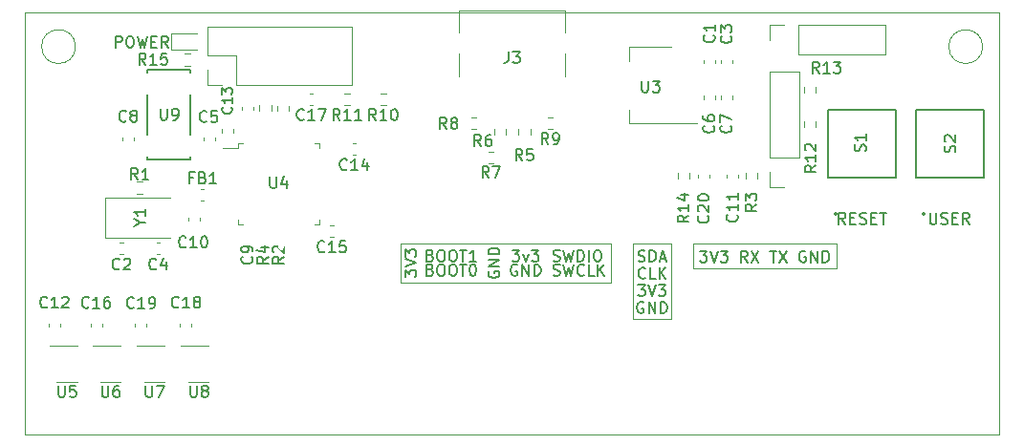
<source format=gto>
G04 #@! TF.GenerationSoftware,KiCad,Pcbnew,(5.1.12)-1*
G04 #@! TF.CreationDate,2024-01-22T15:17:36+02:00*
G04 #@! TF.ProjectId,CaliperPCB,43616c69-7065-4725-9043-422e6b696361,rev?*
G04 #@! TF.SameCoordinates,Original*
G04 #@! TF.FileFunction,Legend,Top*
G04 #@! TF.FilePolarity,Positive*
%FSLAX46Y46*%
G04 Gerber Fmt 4.6, Leading zero omitted, Abs format (unit mm)*
G04 Created by KiCad (PCBNEW (5.1.12)-1) date 2024-01-22 15:17:36*
%MOMM*%
%LPD*%
G01*
G04 APERTURE LIST*
%ADD10C,0.120000*%
%ADD11C,0.150000*%
G04 #@! TA.AperFunction,Profile*
%ADD12C,0.050000*%
G04 #@! TD*
%ADD13C,0.127000*%
%ADD14C,0.200000*%
%ADD15R,1.700000X1.700000*%
%ADD16O,1.700000X1.700000*%
%ADD17R,2.000000X2.400000*%
%ADD18O,1.000000X1.600000*%
%ADD19C,0.650000*%
%ADD20O,1.000000X2.100000*%
%ADD21R,0.300000X1.450000*%
%ADD22R,0.600000X1.450000*%
%ADD23C,0.500000*%
%ADD24R,1.060000X0.650000*%
%ADD25R,2.000000X3.800000*%
%ADD26R,2.000000X1.500000*%
G04 APERTURE END LIST*
D10*
X185550000Y-106700000D02*
X172880000Y-106700000D01*
X185550000Y-104480000D02*
X185550000Y-106700000D01*
X172880000Y-106700000D02*
X172880000Y-104480000D01*
X172880000Y-104480000D02*
X185550000Y-104480000D01*
X165550000Y-104460000D02*
X165550000Y-107890000D01*
X146920000Y-104460000D02*
X165550000Y-104460000D01*
X165550000Y-107890000D02*
X146920000Y-107890000D01*
X146920000Y-107890000D02*
X146920000Y-104460000D01*
X167500000Y-111150000D02*
X167500000Y-104460000D01*
X170930000Y-111150000D02*
X167500000Y-111150000D01*
X170930000Y-104460000D02*
X170930000Y-111150000D01*
X167500000Y-104460000D02*
X170930000Y-104460000D01*
D11*
X121708476Y-87078380D02*
X121708476Y-86078380D01*
X122089428Y-86078380D01*
X122184666Y-86126000D01*
X122232285Y-86173619D01*
X122279904Y-86268857D01*
X122279904Y-86411714D01*
X122232285Y-86506952D01*
X122184666Y-86554571D01*
X122089428Y-86602190D01*
X121708476Y-86602190D01*
X122898952Y-86078380D02*
X123089428Y-86078380D01*
X123184666Y-86126000D01*
X123279904Y-86221238D01*
X123327523Y-86411714D01*
X123327523Y-86745047D01*
X123279904Y-86935523D01*
X123184666Y-87030761D01*
X123089428Y-87078380D01*
X122898952Y-87078380D01*
X122803714Y-87030761D01*
X122708476Y-86935523D01*
X122660857Y-86745047D01*
X122660857Y-86411714D01*
X122708476Y-86221238D01*
X122803714Y-86126000D01*
X122898952Y-86078380D01*
X123660857Y-86078380D02*
X123898952Y-87078380D01*
X124089428Y-86364095D01*
X124279904Y-87078380D01*
X124518000Y-86078380D01*
X124898952Y-86554571D02*
X125232285Y-86554571D01*
X125375142Y-87078380D02*
X124898952Y-87078380D01*
X124898952Y-86078380D01*
X125375142Y-86078380D01*
X126375142Y-87078380D02*
X126041809Y-86602190D01*
X125803714Y-87078380D02*
X125803714Y-86078380D01*
X126184666Y-86078380D01*
X126279904Y-86126000D01*
X126327523Y-86173619D01*
X126375142Y-86268857D01*
X126375142Y-86411714D01*
X126327523Y-86506952D01*
X126279904Y-86554571D01*
X126184666Y-86602190D01*
X125803714Y-86602190D01*
X149596666Y-105514571D02*
X149739523Y-105562190D01*
X149787142Y-105609809D01*
X149834761Y-105705047D01*
X149834761Y-105847904D01*
X149787142Y-105943142D01*
X149739523Y-105990761D01*
X149644285Y-106038380D01*
X149263333Y-106038380D01*
X149263333Y-105038380D01*
X149596666Y-105038380D01*
X149691904Y-105086000D01*
X149739523Y-105133619D01*
X149787142Y-105228857D01*
X149787142Y-105324095D01*
X149739523Y-105419333D01*
X149691904Y-105466952D01*
X149596666Y-105514571D01*
X149263333Y-105514571D01*
X150453809Y-105038380D02*
X150644285Y-105038380D01*
X150739523Y-105086000D01*
X150834761Y-105181238D01*
X150882380Y-105371714D01*
X150882380Y-105705047D01*
X150834761Y-105895523D01*
X150739523Y-105990761D01*
X150644285Y-106038380D01*
X150453809Y-106038380D01*
X150358571Y-105990761D01*
X150263333Y-105895523D01*
X150215714Y-105705047D01*
X150215714Y-105371714D01*
X150263333Y-105181238D01*
X150358571Y-105086000D01*
X150453809Y-105038380D01*
X151501428Y-105038380D02*
X151691904Y-105038380D01*
X151787142Y-105086000D01*
X151882380Y-105181238D01*
X151930000Y-105371714D01*
X151930000Y-105705047D01*
X151882380Y-105895523D01*
X151787142Y-105990761D01*
X151691904Y-106038380D01*
X151501428Y-106038380D01*
X151406190Y-105990761D01*
X151310952Y-105895523D01*
X151263333Y-105705047D01*
X151263333Y-105371714D01*
X151310952Y-105181238D01*
X151406190Y-105086000D01*
X151501428Y-105038380D01*
X152215714Y-105038380D02*
X152787142Y-105038380D01*
X152501428Y-106038380D02*
X152501428Y-105038380D01*
X153644285Y-106038380D02*
X153072857Y-106038380D01*
X153358571Y-106038380D02*
X153358571Y-105038380D01*
X153263333Y-105181238D01*
X153168095Y-105276476D01*
X153072857Y-105324095D01*
X149596666Y-106784571D02*
X149739523Y-106832190D01*
X149787142Y-106879809D01*
X149834761Y-106975047D01*
X149834761Y-107117904D01*
X149787142Y-107213142D01*
X149739523Y-107260761D01*
X149644285Y-107308380D01*
X149263333Y-107308380D01*
X149263333Y-106308380D01*
X149596666Y-106308380D01*
X149691904Y-106356000D01*
X149739523Y-106403619D01*
X149787142Y-106498857D01*
X149787142Y-106594095D01*
X149739523Y-106689333D01*
X149691904Y-106736952D01*
X149596666Y-106784571D01*
X149263333Y-106784571D01*
X150453809Y-106308380D02*
X150644285Y-106308380D01*
X150739523Y-106356000D01*
X150834761Y-106451238D01*
X150882380Y-106641714D01*
X150882380Y-106975047D01*
X150834761Y-107165523D01*
X150739523Y-107260761D01*
X150644285Y-107308380D01*
X150453809Y-107308380D01*
X150358571Y-107260761D01*
X150263333Y-107165523D01*
X150215714Y-106975047D01*
X150215714Y-106641714D01*
X150263333Y-106451238D01*
X150358571Y-106356000D01*
X150453809Y-106308380D01*
X151501428Y-106308380D02*
X151691904Y-106308380D01*
X151787142Y-106356000D01*
X151882380Y-106451238D01*
X151930000Y-106641714D01*
X151930000Y-106975047D01*
X151882380Y-107165523D01*
X151787142Y-107260761D01*
X151691904Y-107308380D01*
X151501428Y-107308380D01*
X151406190Y-107260761D01*
X151310952Y-107165523D01*
X151263333Y-106975047D01*
X151263333Y-106641714D01*
X151310952Y-106451238D01*
X151406190Y-106356000D01*
X151501428Y-106308380D01*
X152215714Y-106308380D02*
X152787142Y-106308380D01*
X152501428Y-107308380D02*
X152501428Y-106308380D01*
X153310952Y-106308380D02*
X153406190Y-106308380D01*
X153501428Y-106356000D01*
X153549047Y-106403619D01*
X153596666Y-106498857D01*
X153644285Y-106689333D01*
X153644285Y-106927428D01*
X153596666Y-107117904D01*
X153549047Y-107213142D01*
X153501428Y-107260761D01*
X153406190Y-107308380D01*
X153310952Y-107308380D01*
X153215714Y-107260761D01*
X153168095Y-107213142D01*
X153120476Y-107117904D01*
X153072857Y-106927428D01*
X153072857Y-106689333D01*
X153120476Y-106498857D01*
X153168095Y-106403619D01*
X153215714Y-106356000D01*
X153310952Y-106308380D01*
X147346380Y-107413095D02*
X147346380Y-106794047D01*
X147727333Y-107127380D01*
X147727333Y-106984523D01*
X147774952Y-106889285D01*
X147822571Y-106841666D01*
X147917809Y-106794047D01*
X148155904Y-106794047D01*
X148251142Y-106841666D01*
X148298761Y-106889285D01*
X148346380Y-106984523D01*
X148346380Y-107270238D01*
X148298761Y-107365476D01*
X148251142Y-107413095D01*
X147346380Y-106508333D02*
X148346380Y-106175000D01*
X147346380Y-105841666D01*
X147346380Y-105603571D02*
X147346380Y-104984523D01*
X147727333Y-105317857D01*
X147727333Y-105175000D01*
X147774952Y-105079761D01*
X147822571Y-105032142D01*
X147917809Y-104984523D01*
X148155904Y-104984523D01*
X148251142Y-105032142D01*
X148298761Y-105079761D01*
X148346380Y-105175000D01*
X148346380Y-105460714D01*
X148298761Y-105555952D01*
X148251142Y-105603571D01*
X154760000Y-106936904D02*
X154712380Y-107032142D01*
X154712380Y-107175000D01*
X154760000Y-107317857D01*
X154855238Y-107413095D01*
X154950476Y-107460714D01*
X155140952Y-107508333D01*
X155283809Y-107508333D01*
X155474285Y-107460714D01*
X155569523Y-107413095D01*
X155664761Y-107317857D01*
X155712380Y-107175000D01*
X155712380Y-107079761D01*
X155664761Y-106936904D01*
X155617142Y-106889285D01*
X155283809Y-106889285D01*
X155283809Y-107079761D01*
X155712380Y-106460714D02*
X154712380Y-106460714D01*
X155712380Y-105889285D01*
X154712380Y-105889285D01*
X155712380Y-105413095D02*
X154712380Y-105413095D01*
X154712380Y-105175000D01*
X154760000Y-105032142D01*
X154855238Y-104936904D01*
X154950476Y-104889285D01*
X155140952Y-104841666D01*
X155283809Y-104841666D01*
X155474285Y-104889285D01*
X155569523Y-104936904D01*
X155664761Y-105032142D01*
X155712380Y-105175000D01*
X155712380Y-105413095D01*
X157272095Y-106356000D02*
X157176857Y-106308380D01*
X157034000Y-106308380D01*
X156891142Y-106356000D01*
X156795904Y-106451238D01*
X156748285Y-106546476D01*
X156700666Y-106736952D01*
X156700666Y-106879809D01*
X156748285Y-107070285D01*
X156795904Y-107165523D01*
X156891142Y-107260761D01*
X157034000Y-107308380D01*
X157129238Y-107308380D01*
X157272095Y-107260761D01*
X157319714Y-107213142D01*
X157319714Y-106879809D01*
X157129238Y-106879809D01*
X157748285Y-107308380D02*
X157748285Y-106308380D01*
X158319714Y-107308380D01*
X158319714Y-106308380D01*
X158795904Y-107308380D02*
X158795904Y-106308380D01*
X159034000Y-106308380D01*
X159176857Y-106356000D01*
X159272095Y-106451238D01*
X159319714Y-106546476D01*
X159367333Y-106736952D01*
X159367333Y-106879809D01*
X159319714Y-107070285D01*
X159272095Y-107165523D01*
X159176857Y-107260761D01*
X159034000Y-107308380D01*
X158795904Y-107308380D01*
X156843523Y-105038380D02*
X157462571Y-105038380D01*
X157129238Y-105419333D01*
X157272095Y-105419333D01*
X157367333Y-105466952D01*
X157414952Y-105514571D01*
X157462571Y-105609809D01*
X157462571Y-105847904D01*
X157414952Y-105943142D01*
X157367333Y-105990761D01*
X157272095Y-106038380D01*
X156986380Y-106038380D01*
X156891142Y-105990761D01*
X156843523Y-105943142D01*
X157795904Y-105371714D02*
X158034000Y-106038380D01*
X158272095Y-105371714D01*
X158557809Y-105038380D02*
X159176857Y-105038380D01*
X158843523Y-105419333D01*
X158986380Y-105419333D01*
X159081619Y-105466952D01*
X159129238Y-105514571D01*
X159176857Y-105609809D01*
X159176857Y-105847904D01*
X159129238Y-105943142D01*
X159081619Y-105990761D01*
X158986380Y-106038380D01*
X158700666Y-106038380D01*
X158605428Y-105990761D01*
X158557809Y-105943142D01*
X160486952Y-107260761D02*
X160629809Y-107308380D01*
X160867904Y-107308380D01*
X160963142Y-107260761D01*
X161010761Y-107213142D01*
X161058380Y-107117904D01*
X161058380Y-107022666D01*
X161010761Y-106927428D01*
X160963142Y-106879809D01*
X160867904Y-106832190D01*
X160677428Y-106784571D01*
X160582190Y-106736952D01*
X160534571Y-106689333D01*
X160486952Y-106594095D01*
X160486952Y-106498857D01*
X160534571Y-106403619D01*
X160582190Y-106356000D01*
X160677428Y-106308380D01*
X160915523Y-106308380D01*
X161058380Y-106356000D01*
X161391714Y-106308380D02*
X161629809Y-107308380D01*
X161820285Y-106594095D01*
X162010761Y-107308380D01*
X162248857Y-106308380D01*
X163201237Y-107213142D02*
X163153618Y-107260761D01*
X163010761Y-107308380D01*
X162915523Y-107308380D01*
X162772666Y-107260761D01*
X162677428Y-107165523D01*
X162629809Y-107070285D01*
X162582190Y-106879809D01*
X162582190Y-106736952D01*
X162629809Y-106546476D01*
X162677428Y-106451238D01*
X162772666Y-106356000D01*
X162915523Y-106308380D01*
X163010761Y-106308380D01*
X163153618Y-106356000D01*
X163201237Y-106403619D01*
X164105999Y-107308380D02*
X163629809Y-107308380D01*
X163629809Y-106308380D01*
X164439333Y-107308380D02*
X164439333Y-106308380D01*
X165010761Y-107308380D02*
X164582190Y-106736952D01*
X165010761Y-106308380D02*
X164439333Y-106879809D01*
X160486952Y-105990761D02*
X160629809Y-106038380D01*
X160867904Y-106038380D01*
X160963142Y-105990761D01*
X161010761Y-105943142D01*
X161058380Y-105847904D01*
X161058380Y-105752666D01*
X161010761Y-105657428D01*
X160963142Y-105609809D01*
X160867904Y-105562190D01*
X160677428Y-105514571D01*
X160582190Y-105466952D01*
X160534571Y-105419333D01*
X160486952Y-105324095D01*
X160486952Y-105228857D01*
X160534571Y-105133619D01*
X160582190Y-105086000D01*
X160677428Y-105038380D01*
X160915523Y-105038380D01*
X161058380Y-105086000D01*
X161391714Y-105038380D02*
X161629809Y-106038380D01*
X161820285Y-105324095D01*
X162010761Y-106038380D01*
X162248857Y-105038380D01*
X162629809Y-106038380D02*
X162629809Y-105038380D01*
X162867904Y-105038380D01*
X163010761Y-105086000D01*
X163106000Y-105181238D01*
X163153619Y-105276476D01*
X163201238Y-105466952D01*
X163201238Y-105609809D01*
X163153619Y-105800285D01*
X163106000Y-105895523D01*
X163010761Y-105990761D01*
X162867904Y-106038380D01*
X162629809Y-106038380D01*
X163629809Y-106038380D02*
X163629809Y-105038380D01*
X164296476Y-105038380D02*
X164486952Y-105038380D01*
X164582190Y-105086000D01*
X164677428Y-105181238D01*
X164725047Y-105371714D01*
X164725047Y-105705047D01*
X164677428Y-105895523D01*
X164582190Y-105990761D01*
X164486952Y-106038380D01*
X164296476Y-106038380D01*
X164201238Y-105990761D01*
X164106000Y-105895523D01*
X164058380Y-105705047D01*
X164058380Y-105371714D01*
X164106000Y-105181238D01*
X164201238Y-105086000D01*
X164296476Y-105038380D01*
X168458095Y-109688000D02*
X168362857Y-109640380D01*
X168220000Y-109640380D01*
X168077142Y-109688000D01*
X167981904Y-109783238D01*
X167934285Y-109878476D01*
X167886666Y-110068952D01*
X167886666Y-110211809D01*
X167934285Y-110402285D01*
X167981904Y-110497523D01*
X168077142Y-110592761D01*
X168220000Y-110640380D01*
X168315238Y-110640380D01*
X168458095Y-110592761D01*
X168505714Y-110545142D01*
X168505714Y-110211809D01*
X168315238Y-110211809D01*
X168934285Y-110640380D02*
X168934285Y-109640380D01*
X169505714Y-110640380D01*
X169505714Y-109640380D01*
X169981904Y-110640380D02*
X169981904Y-109640380D01*
X170220000Y-109640380D01*
X170362857Y-109688000D01*
X170458095Y-109783238D01*
X170505714Y-109878476D01*
X170553333Y-110068952D01*
X170553333Y-110211809D01*
X170505714Y-110402285D01*
X170458095Y-110497523D01*
X170362857Y-110592761D01*
X170220000Y-110640380D01*
X169981904Y-110640380D01*
X167981904Y-108116380D02*
X168600952Y-108116380D01*
X168267619Y-108497333D01*
X168410476Y-108497333D01*
X168505714Y-108544952D01*
X168553333Y-108592571D01*
X168600952Y-108687809D01*
X168600952Y-108925904D01*
X168553333Y-109021142D01*
X168505714Y-109068761D01*
X168410476Y-109116380D01*
X168124761Y-109116380D01*
X168029523Y-109068761D01*
X167981904Y-109021142D01*
X168886666Y-108116380D02*
X169220000Y-109116380D01*
X169553333Y-108116380D01*
X169791428Y-108116380D02*
X170410476Y-108116380D01*
X170077142Y-108497333D01*
X170220000Y-108497333D01*
X170315238Y-108544952D01*
X170362857Y-108592571D01*
X170410476Y-108687809D01*
X170410476Y-108925904D01*
X170362857Y-109021142D01*
X170315238Y-109068761D01*
X170220000Y-109116380D01*
X169934285Y-109116380D01*
X169839047Y-109068761D01*
X169791428Y-109021142D01*
X168624761Y-107497142D02*
X168577142Y-107544761D01*
X168434285Y-107592380D01*
X168339047Y-107592380D01*
X168196190Y-107544761D01*
X168100952Y-107449523D01*
X168053333Y-107354285D01*
X168005714Y-107163809D01*
X168005714Y-107020952D01*
X168053333Y-106830476D01*
X168100952Y-106735238D01*
X168196190Y-106640000D01*
X168339047Y-106592380D01*
X168434285Y-106592380D01*
X168577142Y-106640000D01*
X168624761Y-106687619D01*
X169529523Y-107592380D02*
X169053333Y-107592380D01*
X169053333Y-106592380D01*
X169862857Y-107592380D02*
X169862857Y-106592380D01*
X170434285Y-107592380D02*
X170005714Y-107020952D01*
X170434285Y-106592380D02*
X169862857Y-107163809D01*
X168005714Y-106020761D02*
X168148571Y-106068380D01*
X168386666Y-106068380D01*
X168481904Y-106020761D01*
X168529523Y-105973142D01*
X168577142Y-105877904D01*
X168577142Y-105782666D01*
X168529523Y-105687428D01*
X168481904Y-105639809D01*
X168386666Y-105592190D01*
X168196190Y-105544571D01*
X168100952Y-105496952D01*
X168053333Y-105449333D01*
X168005714Y-105354095D01*
X168005714Y-105258857D01*
X168053333Y-105163619D01*
X168100952Y-105116000D01*
X168196190Y-105068380D01*
X168434285Y-105068380D01*
X168577142Y-105116000D01*
X169005714Y-106068380D02*
X169005714Y-105068380D01*
X169243809Y-105068380D01*
X169386666Y-105116000D01*
X169481904Y-105211238D01*
X169529523Y-105306476D01*
X169577142Y-105496952D01*
X169577142Y-105639809D01*
X169529523Y-105830285D01*
X169481904Y-105925523D01*
X169386666Y-106020761D01*
X169243809Y-106068380D01*
X169005714Y-106068380D01*
X169958095Y-105782666D02*
X170434285Y-105782666D01*
X169862857Y-106068380D02*
X170196190Y-105068380D01*
X170529523Y-106068380D01*
X173471904Y-105112380D02*
X174090952Y-105112380D01*
X173757619Y-105493333D01*
X173900476Y-105493333D01*
X173995714Y-105540952D01*
X174043333Y-105588571D01*
X174090952Y-105683809D01*
X174090952Y-105921904D01*
X174043333Y-106017142D01*
X173995714Y-106064761D01*
X173900476Y-106112380D01*
X173614761Y-106112380D01*
X173519523Y-106064761D01*
X173471904Y-106017142D01*
X174376666Y-105112380D02*
X174710000Y-106112380D01*
X175043333Y-105112380D01*
X175281428Y-105112380D02*
X175900476Y-105112380D01*
X175567142Y-105493333D01*
X175710000Y-105493333D01*
X175805238Y-105540952D01*
X175852857Y-105588571D01*
X175900476Y-105683809D01*
X175900476Y-105921904D01*
X175852857Y-106017142D01*
X175805238Y-106064761D01*
X175710000Y-106112380D01*
X175424285Y-106112380D01*
X175329047Y-106064761D01*
X175281428Y-106017142D01*
X177662380Y-106112380D02*
X177329047Y-105636190D01*
X177090952Y-106112380D02*
X177090952Y-105112380D01*
X177471904Y-105112380D01*
X177567142Y-105160000D01*
X177614761Y-105207619D01*
X177662380Y-105302857D01*
X177662380Y-105445714D01*
X177614761Y-105540952D01*
X177567142Y-105588571D01*
X177471904Y-105636190D01*
X177090952Y-105636190D01*
X177995714Y-105112380D02*
X178662380Y-106112380D01*
X178662380Y-105112380D02*
X177995714Y-106112380D01*
X179662380Y-105112380D02*
X180233809Y-105112380D01*
X179948095Y-106112380D02*
X179948095Y-105112380D01*
X180471904Y-105112380D02*
X181138571Y-106112380D01*
X181138571Y-105112380D02*
X180471904Y-106112380D01*
X182805238Y-105160000D02*
X182710000Y-105112380D01*
X182567142Y-105112380D01*
X182424285Y-105160000D01*
X182329047Y-105255238D01*
X182281428Y-105350476D01*
X182233809Y-105540952D01*
X182233809Y-105683809D01*
X182281428Y-105874285D01*
X182329047Y-105969523D01*
X182424285Y-106064761D01*
X182567142Y-106112380D01*
X182662380Y-106112380D01*
X182805238Y-106064761D01*
X182852857Y-106017142D01*
X182852857Y-105683809D01*
X182662380Y-105683809D01*
X183281428Y-106112380D02*
X183281428Y-105112380D01*
X183852857Y-106112380D01*
X183852857Y-105112380D01*
X184329047Y-106112380D02*
X184329047Y-105112380D01*
X184567142Y-105112380D01*
X184710000Y-105160000D01*
X184805238Y-105255238D01*
X184852857Y-105350476D01*
X184900476Y-105540952D01*
X184900476Y-105683809D01*
X184852857Y-105874285D01*
X184805238Y-105969523D01*
X184710000Y-106064761D01*
X184567142Y-106112380D01*
X184329047Y-106112380D01*
X193826547Y-101734380D02*
X193826547Y-102543904D01*
X193874166Y-102639142D01*
X193921785Y-102686761D01*
X194017023Y-102734380D01*
X194207499Y-102734380D01*
X194302737Y-102686761D01*
X194350356Y-102639142D01*
X194397975Y-102543904D01*
X194397975Y-101734380D01*
X194826547Y-102686761D02*
X194969404Y-102734380D01*
X195207499Y-102734380D01*
X195302737Y-102686761D01*
X195350356Y-102639142D01*
X195397975Y-102543904D01*
X195397975Y-102448666D01*
X195350356Y-102353428D01*
X195302737Y-102305809D01*
X195207499Y-102258190D01*
X195017023Y-102210571D01*
X194921785Y-102162952D01*
X194874166Y-102115333D01*
X194826547Y-102020095D01*
X194826547Y-101924857D01*
X194874166Y-101829619D01*
X194921785Y-101782000D01*
X195017023Y-101734380D01*
X195255118Y-101734380D01*
X195397975Y-101782000D01*
X195826547Y-102210571D02*
X196159880Y-102210571D01*
X196302737Y-102734380D02*
X195826547Y-102734380D01*
X195826547Y-101734380D01*
X196302737Y-101734380D01*
X197302737Y-102734380D02*
X196969404Y-102258190D01*
X196731309Y-102734380D02*
X196731309Y-101734380D01*
X197112261Y-101734380D01*
X197207499Y-101782000D01*
X197255118Y-101829619D01*
X197302737Y-101924857D01*
X197302737Y-102067714D01*
X197255118Y-102162952D01*
X197207499Y-102210571D01*
X197112261Y-102258190D01*
X196731309Y-102258190D01*
X186347619Y-102734380D02*
X186014285Y-102258190D01*
X185776190Y-102734380D02*
X185776190Y-101734380D01*
X186157142Y-101734380D01*
X186252380Y-101782000D01*
X186300000Y-101829619D01*
X186347619Y-101924857D01*
X186347619Y-102067714D01*
X186300000Y-102162952D01*
X186252380Y-102210571D01*
X186157142Y-102258190D01*
X185776190Y-102258190D01*
X186776190Y-102210571D02*
X187109523Y-102210571D01*
X187252380Y-102734380D02*
X186776190Y-102734380D01*
X186776190Y-101734380D01*
X187252380Y-101734380D01*
X187633333Y-102686761D02*
X187776190Y-102734380D01*
X188014285Y-102734380D01*
X188109523Y-102686761D01*
X188157142Y-102639142D01*
X188204761Y-102543904D01*
X188204761Y-102448666D01*
X188157142Y-102353428D01*
X188109523Y-102305809D01*
X188014285Y-102258190D01*
X187823809Y-102210571D01*
X187728571Y-102162952D01*
X187680952Y-102115333D01*
X187633333Y-102020095D01*
X187633333Y-101924857D01*
X187680952Y-101829619D01*
X187728571Y-101782000D01*
X187823809Y-101734380D01*
X188061904Y-101734380D01*
X188204761Y-101782000D01*
X188633333Y-102210571D02*
X188966666Y-102210571D01*
X189109523Y-102734380D02*
X188633333Y-102734380D01*
X188633333Y-101734380D01*
X189109523Y-101734380D01*
X189395238Y-101734380D02*
X189966666Y-101734380D01*
X189680952Y-102734380D02*
X189680952Y-101734380D01*
D12*
X118170000Y-87000000D02*
G75*
G03*
X118170000Y-87000000I-1500000J0D01*
G01*
X198500000Y-87000000D02*
G75*
G03*
X198500000Y-87000000I-1500000J0D01*
G01*
X200000000Y-121356000D02*
X200000000Y-84000000D01*
X113670000Y-84000000D02*
X200000000Y-84000000D01*
X113670000Y-121356000D02*
X113670000Y-84000000D01*
X200000000Y-121356000D02*
X113670000Y-121356000D01*
D13*
X192568333Y-92577000D02*
X198568333Y-92577000D01*
X198568333Y-92577000D02*
X198568333Y-98577000D01*
X198568333Y-98577000D02*
X192568333Y-98577000D01*
X192568333Y-92577000D02*
X192568333Y-98577000D01*
D14*
X193368333Y-101827000D02*
G75*
G03*
X193368333Y-101827000I-100000J0D01*
G01*
D13*
X184784334Y-92577000D02*
X190784334Y-92577000D01*
X190784334Y-92577000D02*
X190784334Y-98577000D01*
X190784334Y-98577000D02*
X184784334Y-98577000D01*
X184784334Y-92577000D02*
X184784334Y-98577000D01*
D14*
X185584334Y-101827000D02*
G75*
G03*
X185584334Y-101827000I-100000J0D01*
G01*
D10*
X128324758Y-87627500D02*
X127850242Y-87627500D01*
X128324758Y-88672500D02*
X127850242Y-88672500D01*
X126622500Y-87285000D02*
X128907500Y-87285000D01*
X126622500Y-85815000D02*
X126622500Y-87285000D01*
X128907500Y-85815000D02*
X126622500Y-85815000D01*
X172546500Y-98697758D02*
X172546500Y-98223242D01*
X171501500Y-98697758D02*
X171501500Y-98223242D01*
X174312000Y-98601080D02*
X174312000Y-98319920D01*
X173292000Y-98601080D02*
X173292000Y-98319920D01*
X137082500Y-92717258D02*
X137082500Y-92242742D01*
X136037500Y-92717258D02*
X136037500Y-92242742D01*
X133910000Y-92309420D02*
X133910000Y-92590580D01*
X132890000Y-92309420D02*
X132890000Y-92590580D01*
X183702500Y-91062258D02*
X183702500Y-90587742D01*
X182657500Y-91062258D02*
X182657500Y-90587742D01*
X182657500Y-93648242D02*
X182657500Y-94122758D01*
X183702500Y-93648242D02*
X183702500Y-94122758D01*
X180940000Y-99470500D02*
X179610000Y-99470500D01*
X179610000Y-99470500D02*
X179610000Y-98140500D01*
X179610000Y-96870500D02*
X179610000Y-89190500D01*
X182270000Y-89190500D02*
X179610000Y-89190500D01*
X182270000Y-96870500D02*
X182270000Y-89190500D01*
X182270000Y-96870500D02*
X179610000Y-96870500D01*
X182210000Y-87718250D02*
X182210000Y-85058250D01*
X182210000Y-87718250D02*
X189890000Y-87718250D01*
X189890000Y-87718250D02*
X189890000Y-85058250D01*
X182210000Y-85058250D02*
X189890000Y-85058250D01*
X179610000Y-85058250D02*
X180940000Y-85058250D01*
X179610000Y-86388250D02*
X179610000Y-85058250D01*
D13*
X128350000Y-97040000D02*
X124550000Y-97040000D01*
X128350000Y-89040000D02*
X124550000Y-89040000D01*
X124550000Y-97040000D02*
X124550000Y-96760000D01*
X128350000Y-97040000D02*
X128350000Y-96760000D01*
X124550000Y-89040000D02*
X124550000Y-89320000D01*
X128350000Y-89040000D02*
X128350000Y-89320000D01*
X124550000Y-94820000D02*
X124550000Y-91260000D01*
X128350000Y-94820000D02*
X128350000Y-91260000D01*
D14*
X129850000Y-95790000D02*
G75*
G03*
X129850000Y-95790000I-100000J0D01*
G01*
D10*
X126560000Y-100390000D02*
X120810000Y-100390000D01*
X120810000Y-100390000D02*
X120810000Y-103990000D01*
X120810000Y-103990000D02*
X126560000Y-103990000D01*
X161548000Y-85710000D02*
X161548000Y-83810000D01*
X161548000Y-89610000D02*
X161548000Y-87610000D01*
X152148000Y-85710000D02*
X152148000Y-83810000D01*
X152148000Y-89610000D02*
X152148000Y-87610000D01*
X161548000Y-83810000D02*
X152148000Y-83810000D01*
X141986492Y-91132500D02*
X142461008Y-91132500D01*
X141986492Y-92177500D02*
X142461008Y-92177500D01*
X142640000Y-90420000D02*
X142640000Y-85220000D01*
X132420000Y-90420000D02*
X142640000Y-90420000D01*
X129820000Y-85220000D02*
X142640000Y-85220000D01*
X132420000Y-90420000D02*
X132420000Y-87820000D01*
X132420000Y-87820000D02*
X129820000Y-87820000D01*
X129820000Y-87820000D02*
X129820000Y-85220000D01*
X131150000Y-90420000D02*
X129820000Y-90420000D01*
X129820000Y-90420000D02*
X129820000Y-89090000D01*
X132120000Y-94324420D02*
X132120000Y-94605580D01*
X131100000Y-94324420D02*
X131100000Y-94605580D01*
X129279420Y-99600000D02*
X129560580Y-99600000D01*
X129279420Y-100620000D02*
X129560580Y-100620000D01*
X124476570Y-111550420D02*
X124476570Y-111831580D01*
X123456570Y-111550420D02*
X123456570Y-111831580D01*
X145177742Y-91132500D02*
X145652258Y-91132500D01*
X145177742Y-92177500D02*
X145652258Y-92177500D01*
X128126000Y-116755000D02*
X129926000Y-116755000D01*
X129926000Y-113535000D02*
X127476000Y-113535000D01*
X124251238Y-116755000D02*
X126051238Y-116755000D01*
X126051238Y-113535000D02*
X123601238Y-113535000D01*
X120376476Y-116755000D02*
X122176476Y-116755000D01*
X122176476Y-113535000D02*
X119726476Y-113535000D01*
X116501714Y-116755000D02*
X118301714Y-116755000D01*
X118301714Y-113535000D02*
X115851714Y-113535000D01*
X139310000Y-102760000D02*
X139760000Y-102760000D01*
X139760000Y-102760000D02*
X139760000Y-102310000D01*
X132990000Y-102760000D02*
X132540000Y-102760000D01*
X132540000Y-102760000D02*
X132540000Y-102310000D01*
X139310000Y-95540000D02*
X139760000Y-95540000D01*
X139760000Y-95540000D02*
X139760000Y-95990000D01*
X132990000Y-95540000D02*
X132540000Y-95540000D01*
X132540000Y-95540000D02*
X132540000Y-95990000D01*
X132540000Y-95990000D02*
X131250000Y-95990000D01*
X167174000Y-87006000D02*
X167174000Y-88266000D01*
X167174000Y-93826000D02*
X167174000Y-92566000D01*
X170934000Y-87006000D02*
X167174000Y-87006000D01*
X173184000Y-93826000D02*
X167174000Y-93826000D01*
X160442258Y-94302500D02*
X159967742Y-94302500D01*
X160442258Y-93257500D02*
X159967742Y-93257500D01*
X153197742Y-93257500D02*
X153672258Y-93257500D01*
X153197742Y-94302500D02*
X153672258Y-94302500D01*
X154707742Y-96287500D02*
X155182258Y-96287500D01*
X154707742Y-97332500D02*
X155182258Y-97332500D01*
X156295500Y-94292742D02*
X156295500Y-94767258D01*
X155250500Y-94292742D02*
X155250500Y-94767258D01*
X158445500Y-94292742D02*
X158445500Y-94767258D01*
X157400500Y-94292742D02*
X157400500Y-94767258D01*
X135492500Y-92222742D02*
X135492500Y-92697258D01*
X134447500Y-92222742D02*
X134447500Y-92697258D01*
X177491500Y-98697758D02*
X177491500Y-98223242D01*
X178536500Y-98697758D02*
X178536500Y-98223242D01*
X124087258Y-100022500D02*
X123612742Y-100022500D01*
X124087258Y-98977500D02*
X123612742Y-98977500D01*
X128436000Y-111550420D02*
X128436000Y-111831580D01*
X127416000Y-111550420D02*
X127416000Y-111831580D01*
X139173080Y-92165000D02*
X138891920Y-92165000D01*
X139173080Y-91145000D02*
X138891920Y-91145000D01*
X120517142Y-111550420D02*
X120517142Y-111831580D01*
X119497142Y-111550420D02*
X119497142Y-111831580D01*
X141005580Y-103860000D02*
X140724420Y-103860000D01*
X141005580Y-102840000D02*
X140724420Y-102840000D01*
X142985580Y-96585000D02*
X142704420Y-96585000D01*
X142985580Y-95565000D02*
X142704420Y-95565000D01*
X116811714Y-111550420D02*
X116811714Y-111831580D01*
X115791714Y-111550420D02*
X115791714Y-111831580D01*
X175832000Y-98601080D02*
X175832000Y-98319920D01*
X176852000Y-98601080D02*
X176852000Y-98319920D01*
X128131000Y-102455580D02*
X128131000Y-102174420D01*
X129151000Y-102455580D02*
X129151000Y-102174420D01*
X122350000Y-95355580D02*
X122350000Y-95074420D01*
X123370000Y-95355580D02*
X123370000Y-95074420D01*
X175294000Y-91656580D02*
X175294000Y-91375420D01*
X176314000Y-91656580D02*
X176314000Y-91375420D01*
X174814000Y-91375420D02*
X174814000Y-91656580D01*
X173794000Y-91375420D02*
X173794000Y-91656580D01*
X130530000Y-95074420D02*
X130530000Y-95355580D01*
X129510000Y-95074420D02*
X129510000Y-95355580D01*
X125625580Y-105400000D02*
X125344420Y-105400000D01*
X125625580Y-104380000D02*
X125344420Y-104380000D01*
X175314000Y-88441580D02*
X175314000Y-88160420D01*
X176334000Y-88441580D02*
X176334000Y-88160420D01*
X122375580Y-105400000D02*
X122094420Y-105400000D01*
X122375580Y-104380000D02*
X122094420Y-104380000D01*
X173794000Y-88441580D02*
X173794000Y-88160420D01*
X174814000Y-88441580D02*
X174814000Y-88160420D01*
D11*
X196054761Y-96363904D02*
X196102380Y-96221047D01*
X196102380Y-95982952D01*
X196054761Y-95887714D01*
X196007142Y-95840095D01*
X195911904Y-95792476D01*
X195816666Y-95792476D01*
X195721428Y-95840095D01*
X195673809Y-95887714D01*
X195626190Y-95982952D01*
X195578571Y-96173428D01*
X195530952Y-96268666D01*
X195483333Y-96316285D01*
X195388095Y-96363904D01*
X195292857Y-96363904D01*
X195197619Y-96316285D01*
X195150000Y-96268666D01*
X195102380Y-96173428D01*
X195102380Y-95935333D01*
X195150000Y-95792476D01*
X195197619Y-95411523D02*
X195150000Y-95363904D01*
X195102380Y-95268666D01*
X195102380Y-95030571D01*
X195150000Y-94935333D01*
X195197619Y-94887714D01*
X195292857Y-94840095D01*
X195388095Y-94840095D01*
X195530952Y-94887714D01*
X196102380Y-95459142D01*
X196102380Y-94840095D01*
X188110761Y-96265904D02*
X188158380Y-96123047D01*
X188158380Y-95884952D01*
X188110761Y-95789714D01*
X188063142Y-95742095D01*
X187967904Y-95694476D01*
X187872666Y-95694476D01*
X187777428Y-95742095D01*
X187729809Y-95789714D01*
X187682190Y-95884952D01*
X187634571Y-96075428D01*
X187586952Y-96170666D01*
X187539333Y-96218285D01*
X187444095Y-96265904D01*
X187348857Y-96265904D01*
X187253619Y-96218285D01*
X187206000Y-96170666D01*
X187158380Y-96075428D01*
X187158380Y-95837333D01*
X187206000Y-95694476D01*
X188158380Y-94742095D02*
X188158380Y-95313523D01*
X188158380Y-95027809D02*
X187158380Y-95027809D01*
X187301238Y-95123047D01*
X187396476Y-95218285D01*
X187444095Y-95313523D01*
X124391142Y-88602380D02*
X124057809Y-88126190D01*
X123819714Y-88602380D02*
X123819714Y-87602380D01*
X124200666Y-87602380D01*
X124295904Y-87650000D01*
X124343523Y-87697619D01*
X124391142Y-87792857D01*
X124391142Y-87935714D01*
X124343523Y-88030952D01*
X124295904Y-88078571D01*
X124200666Y-88126190D01*
X123819714Y-88126190D01*
X125343523Y-88602380D02*
X124772095Y-88602380D01*
X125057809Y-88602380D02*
X125057809Y-87602380D01*
X124962571Y-87745238D01*
X124867333Y-87840476D01*
X124772095Y-87888095D01*
X126248285Y-87602380D02*
X125772095Y-87602380D01*
X125724476Y-88078571D01*
X125772095Y-88030952D01*
X125867333Y-87983333D01*
X126105428Y-87983333D01*
X126200666Y-88030952D01*
X126248285Y-88078571D01*
X126295904Y-88173809D01*
X126295904Y-88411904D01*
X126248285Y-88507142D01*
X126200666Y-88554761D01*
X126105428Y-88602380D01*
X125867333Y-88602380D01*
X125772095Y-88554761D01*
X125724476Y-88507142D01*
X172476380Y-101960357D02*
X172000190Y-102293690D01*
X172476380Y-102531785D02*
X171476380Y-102531785D01*
X171476380Y-102150833D01*
X171524000Y-102055595D01*
X171571619Y-102007976D01*
X171666857Y-101960357D01*
X171809714Y-101960357D01*
X171904952Y-102007976D01*
X171952571Y-102055595D01*
X172000190Y-102150833D01*
X172000190Y-102531785D01*
X172476380Y-101007976D02*
X172476380Y-101579404D01*
X172476380Y-101293690D02*
X171476380Y-101293690D01*
X171619238Y-101388928D01*
X171714476Y-101484166D01*
X171762095Y-101579404D01*
X171809714Y-100150833D02*
X172476380Y-100150833D01*
X171428761Y-100388928D02*
X172143047Y-100627023D01*
X172143047Y-100007976D01*
X174159142Y-102000857D02*
X174206761Y-102048476D01*
X174254380Y-102191333D01*
X174254380Y-102286571D01*
X174206761Y-102429428D01*
X174111523Y-102524666D01*
X174016285Y-102572285D01*
X173825809Y-102619904D01*
X173682952Y-102619904D01*
X173492476Y-102572285D01*
X173397238Y-102524666D01*
X173302000Y-102429428D01*
X173254380Y-102286571D01*
X173254380Y-102191333D01*
X173302000Y-102048476D01*
X173349619Y-102000857D01*
X173349619Y-101619904D02*
X173302000Y-101572285D01*
X173254380Y-101477047D01*
X173254380Y-101238952D01*
X173302000Y-101143714D01*
X173349619Y-101096095D01*
X173444857Y-101048476D01*
X173540095Y-101048476D01*
X173682952Y-101096095D01*
X174254380Y-101667523D01*
X174254380Y-101048476D01*
X173254380Y-100429428D02*
X173254380Y-100334190D01*
X173302000Y-100238952D01*
X173349619Y-100191333D01*
X173444857Y-100143714D01*
X173635333Y-100096095D01*
X173873428Y-100096095D01*
X174063904Y-100143714D01*
X174159142Y-100191333D01*
X174206761Y-100238952D01*
X174254380Y-100334190D01*
X174254380Y-100429428D01*
X174206761Y-100524666D01*
X174159142Y-100572285D01*
X174063904Y-100619904D01*
X173873428Y-100667523D01*
X173635333Y-100667523D01*
X173444857Y-100619904D01*
X173349619Y-100572285D01*
X173302000Y-100524666D01*
X173254380Y-100429428D01*
X136622380Y-105636666D02*
X136146190Y-105970000D01*
X136622380Y-106208095D02*
X135622380Y-106208095D01*
X135622380Y-105827142D01*
X135670000Y-105731904D01*
X135717619Y-105684285D01*
X135812857Y-105636666D01*
X135955714Y-105636666D01*
X136050952Y-105684285D01*
X136098571Y-105731904D01*
X136146190Y-105827142D01*
X136146190Y-106208095D01*
X135717619Y-105255714D02*
X135670000Y-105208095D01*
X135622380Y-105112857D01*
X135622380Y-104874761D01*
X135670000Y-104779523D01*
X135717619Y-104731904D01*
X135812857Y-104684285D01*
X135908095Y-104684285D01*
X136050952Y-104731904D01*
X136622380Y-105303333D01*
X136622380Y-104684285D01*
X133767142Y-105636666D02*
X133814761Y-105684285D01*
X133862380Y-105827142D01*
X133862380Y-105922380D01*
X133814761Y-106065238D01*
X133719523Y-106160476D01*
X133624285Y-106208095D01*
X133433809Y-106255714D01*
X133290952Y-106255714D01*
X133100476Y-106208095D01*
X133005238Y-106160476D01*
X132910000Y-106065238D01*
X132862380Y-105922380D01*
X132862380Y-105827142D01*
X132910000Y-105684285D01*
X132957619Y-105636666D01*
X133862380Y-105160476D02*
X133862380Y-104970000D01*
X133814761Y-104874761D01*
X133767142Y-104827142D01*
X133624285Y-104731904D01*
X133433809Y-104684285D01*
X133052857Y-104684285D01*
X132957619Y-104731904D01*
X132910000Y-104779523D01*
X132862380Y-104874761D01*
X132862380Y-105065238D01*
X132910000Y-105160476D01*
X132957619Y-105208095D01*
X133052857Y-105255714D01*
X133290952Y-105255714D01*
X133386190Y-105208095D01*
X133433809Y-105160476D01*
X133481428Y-105065238D01*
X133481428Y-104874761D01*
X133433809Y-104779523D01*
X133386190Y-104731904D01*
X133290952Y-104684285D01*
X184015142Y-89352380D02*
X183681809Y-88876190D01*
X183443714Y-89352380D02*
X183443714Y-88352380D01*
X183824666Y-88352380D01*
X183919904Y-88400000D01*
X183967523Y-88447619D01*
X184015142Y-88542857D01*
X184015142Y-88685714D01*
X183967523Y-88780952D01*
X183919904Y-88828571D01*
X183824666Y-88876190D01*
X183443714Y-88876190D01*
X184967523Y-89352380D02*
X184396095Y-89352380D01*
X184681809Y-89352380D02*
X184681809Y-88352380D01*
X184586571Y-88495238D01*
X184491333Y-88590476D01*
X184396095Y-88638095D01*
X185300857Y-88352380D02*
X185919904Y-88352380D01*
X185586571Y-88733333D01*
X185729428Y-88733333D01*
X185824666Y-88780952D01*
X185872285Y-88828571D01*
X185919904Y-88923809D01*
X185919904Y-89161904D01*
X185872285Y-89257142D01*
X185824666Y-89304761D01*
X185729428Y-89352380D01*
X185443714Y-89352380D01*
X185348476Y-89304761D01*
X185300857Y-89257142D01*
X183732380Y-97522857D02*
X183256190Y-97856190D01*
X183732380Y-98094285D02*
X182732380Y-98094285D01*
X182732380Y-97713333D01*
X182780000Y-97618095D01*
X182827619Y-97570476D01*
X182922857Y-97522857D01*
X183065714Y-97522857D01*
X183160952Y-97570476D01*
X183208571Y-97618095D01*
X183256190Y-97713333D01*
X183256190Y-98094285D01*
X183732380Y-96570476D02*
X183732380Y-97141904D01*
X183732380Y-96856190D02*
X182732380Y-96856190D01*
X182875238Y-96951428D01*
X182970476Y-97046666D01*
X183018095Y-97141904D01*
X182827619Y-96189523D02*
X182780000Y-96141904D01*
X182732380Y-96046666D01*
X182732380Y-95808571D01*
X182780000Y-95713333D01*
X182827619Y-95665714D01*
X182922857Y-95618095D01*
X183018095Y-95618095D01*
X183160952Y-95665714D01*
X183732380Y-96237142D01*
X183732380Y-95618095D01*
X125708095Y-92502380D02*
X125708095Y-93311904D01*
X125755714Y-93407142D01*
X125803333Y-93454761D01*
X125898571Y-93502380D01*
X126089047Y-93502380D01*
X126184285Y-93454761D01*
X126231904Y-93407142D01*
X126279523Y-93311904D01*
X126279523Y-92502380D01*
X126803333Y-93502380D02*
X126993809Y-93502380D01*
X127089047Y-93454761D01*
X127136666Y-93407142D01*
X127231904Y-93264285D01*
X127279523Y-93073809D01*
X127279523Y-92692857D01*
X127231904Y-92597619D01*
X127184285Y-92550000D01*
X127089047Y-92502380D01*
X126898571Y-92502380D01*
X126803333Y-92550000D01*
X126755714Y-92597619D01*
X126708095Y-92692857D01*
X126708095Y-92930952D01*
X126755714Y-93026190D01*
X126803333Y-93073809D01*
X126898571Y-93121428D01*
X127089047Y-93121428D01*
X127184285Y-93073809D01*
X127231904Y-93026190D01*
X127279523Y-92930952D01*
X123896190Y-102586190D02*
X124372380Y-102586190D01*
X123372380Y-102919523D02*
X123896190Y-102586190D01*
X123372380Y-102252857D01*
X124372380Y-101395714D02*
X124372380Y-101967142D01*
X124372380Y-101681428D02*
X123372380Y-101681428D01*
X123515238Y-101776666D01*
X123610476Y-101871904D01*
X123658095Y-101967142D01*
X156514666Y-87460380D02*
X156514666Y-88174666D01*
X156467047Y-88317523D01*
X156371809Y-88412761D01*
X156228952Y-88460380D01*
X156133714Y-88460380D01*
X156895619Y-87460380D02*
X157514666Y-87460380D01*
X157181333Y-87841333D01*
X157324190Y-87841333D01*
X157419428Y-87888952D01*
X157467047Y-87936571D01*
X157514666Y-88031809D01*
X157514666Y-88269904D01*
X157467047Y-88365142D01*
X157419428Y-88412761D01*
X157324190Y-88460380D01*
X157038476Y-88460380D01*
X156943238Y-88412761D01*
X156895619Y-88365142D01*
X141580892Y-93527380D02*
X141247559Y-93051190D01*
X141009464Y-93527380D02*
X141009464Y-92527380D01*
X141390416Y-92527380D01*
X141485654Y-92575000D01*
X141533273Y-92622619D01*
X141580892Y-92717857D01*
X141580892Y-92860714D01*
X141533273Y-92955952D01*
X141485654Y-93003571D01*
X141390416Y-93051190D01*
X141009464Y-93051190D01*
X142533273Y-93527380D02*
X141961845Y-93527380D01*
X142247559Y-93527380D02*
X142247559Y-92527380D01*
X142152321Y-92670238D01*
X142057083Y-92765476D01*
X141961845Y-92813095D01*
X143485654Y-93527380D02*
X142914226Y-93527380D01*
X143199940Y-93527380D02*
X143199940Y-92527380D01*
X143104702Y-92670238D01*
X143009464Y-92765476D01*
X142914226Y-92813095D01*
X131951428Y-92388571D02*
X131994285Y-92431428D01*
X132037142Y-92560000D01*
X132037142Y-92645714D01*
X131994285Y-92774285D01*
X131908571Y-92860000D01*
X131822857Y-92902857D01*
X131651428Y-92945714D01*
X131522857Y-92945714D01*
X131351428Y-92902857D01*
X131265714Y-92860000D01*
X131180000Y-92774285D01*
X131137142Y-92645714D01*
X131137142Y-92560000D01*
X131180000Y-92431428D01*
X131222857Y-92388571D01*
X132037142Y-91531428D02*
X132037142Y-92045714D01*
X132037142Y-91788571D02*
X131137142Y-91788571D01*
X131265714Y-91874285D01*
X131351428Y-91960000D01*
X131394285Y-92045714D01*
X131137142Y-91231428D02*
X131137142Y-90674285D01*
X131480000Y-90974285D01*
X131480000Y-90845714D01*
X131522857Y-90760000D01*
X131565714Y-90717142D01*
X131651428Y-90674285D01*
X131865714Y-90674285D01*
X131951428Y-90717142D01*
X131994285Y-90760000D01*
X132037142Y-90845714D01*
X132037142Y-91102857D01*
X131994285Y-91188571D01*
X131951428Y-91231428D01*
X128586666Y-98608571D02*
X128253333Y-98608571D01*
X128253333Y-99132380D02*
X128253333Y-98132380D01*
X128729523Y-98132380D01*
X129443809Y-98608571D02*
X129586666Y-98656190D01*
X129634285Y-98703809D01*
X129681904Y-98799047D01*
X129681904Y-98941904D01*
X129634285Y-99037142D01*
X129586666Y-99084761D01*
X129491428Y-99132380D01*
X129110476Y-99132380D01*
X129110476Y-98132380D01*
X129443809Y-98132380D01*
X129539047Y-98180000D01*
X129586666Y-98227619D01*
X129634285Y-98322857D01*
X129634285Y-98418095D01*
X129586666Y-98513333D01*
X129539047Y-98560952D01*
X129443809Y-98608571D01*
X129110476Y-98608571D01*
X130634285Y-99132380D02*
X130062857Y-99132380D01*
X130348571Y-99132380D02*
X130348571Y-98132380D01*
X130253333Y-98275238D01*
X130158095Y-98370476D01*
X130062857Y-98418095D01*
X123327142Y-110107142D02*
X123279523Y-110154761D01*
X123136666Y-110202380D01*
X123041428Y-110202380D01*
X122898571Y-110154761D01*
X122803333Y-110059523D01*
X122755714Y-109964285D01*
X122708095Y-109773809D01*
X122708095Y-109630952D01*
X122755714Y-109440476D01*
X122803333Y-109345238D01*
X122898571Y-109250000D01*
X123041428Y-109202380D01*
X123136666Y-109202380D01*
X123279523Y-109250000D01*
X123327142Y-109297619D01*
X124279523Y-110202380D02*
X123708095Y-110202380D01*
X123993809Y-110202380D02*
X123993809Y-109202380D01*
X123898571Y-109345238D01*
X123803333Y-109440476D01*
X123708095Y-109488095D01*
X124755714Y-110202380D02*
X124946190Y-110202380D01*
X125041428Y-110154761D01*
X125089047Y-110107142D01*
X125184285Y-109964285D01*
X125231904Y-109773809D01*
X125231904Y-109392857D01*
X125184285Y-109297619D01*
X125136666Y-109250000D01*
X125041428Y-109202380D01*
X124850952Y-109202380D01*
X124755714Y-109250000D01*
X124708095Y-109297619D01*
X124660476Y-109392857D01*
X124660476Y-109630952D01*
X124708095Y-109726190D01*
X124755714Y-109773809D01*
X124850952Y-109821428D01*
X125041428Y-109821428D01*
X125136666Y-109773809D01*
X125184285Y-109726190D01*
X125231904Y-109630952D01*
X144772142Y-93527380D02*
X144438809Y-93051190D01*
X144200714Y-93527380D02*
X144200714Y-92527380D01*
X144581666Y-92527380D01*
X144676904Y-92575000D01*
X144724523Y-92622619D01*
X144772142Y-92717857D01*
X144772142Y-92860714D01*
X144724523Y-92955952D01*
X144676904Y-93003571D01*
X144581666Y-93051190D01*
X144200714Y-93051190D01*
X145724523Y-93527380D02*
X145153095Y-93527380D01*
X145438809Y-93527380D02*
X145438809Y-92527380D01*
X145343571Y-92670238D01*
X145248333Y-92765476D01*
X145153095Y-92813095D01*
X146343571Y-92527380D02*
X146438809Y-92527380D01*
X146534047Y-92575000D01*
X146581666Y-92622619D01*
X146629285Y-92717857D01*
X146676904Y-92908333D01*
X146676904Y-93146428D01*
X146629285Y-93336904D01*
X146581666Y-93432142D01*
X146534047Y-93479761D01*
X146438809Y-93527380D01*
X146343571Y-93527380D01*
X146248333Y-93479761D01*
X146200714Y-93432142D01*
X146153095Y-93336904D01*
X146105476Y-93146428D01*
X146105476Y-92908333D01*
X146153095Y-92717857D01*
X146200714Y-92622619D01*
X146248333Y-92575000D01*
X146343571Y-92527380D01*
X128336095Y-117066380D02*
X128336095Y-117875904D01*
X128383714Y-117971142D01*
X128431333Y-118018761D01*
X128526571Y-118066380D01*
X128717047Y-118066380D01*
X128812285Y-118018761D01*
X128859904Y-117971142D01*
X128907523Y-117875904D01*
X128907523Y-117066380D01*
X129526571Y-117494952D02*
X129431333Y-117447333D01*
X129383714Y-117399714D01*
X129336095Y-117304476D01*
X129336095Y-117256857D01*
X129383714Y-117161619D01*
X129431333Y-117114000D01*
X129526571Y-117066380D01*
X129717047Y-117066380D01*
X129812285Y-117114000D01*
X129859904Y-117161619D01*
X129907523Y-117256857D01*
X129907523Y-117304476D01*
X129859904Y-117399714D01*
X129812285Y-117447333D01*
X129717047Y-117494952D01*
X129526571Y-117494952D01*
X129431333Y-117542571D01*
X129383714Y-117590190D01*
X129336095Y-117685428D01*
X129336095Y-117875904D01*
X129383714Y-117971142D01*
X129431333Y-118018761D01*
X129526571Y-118066380D01*
X129717047Y-118066380D01*
X129812285Y-118018761D01*
X129859904Y-117971142D01*
X129907523Y-117875904D01*
X129907523Y-117685428D01*
X129859904Y-117590190D01*
X129812285Y-117542571D01*
X129717047Y-117494952D01*
X124389333Y-117066380D02*
X124389333Y-117875904D01*
X124436952Y-117971142D01*
X124484571Y-118018761D01*
X124579809Y-118066380D01*
X124770285Y-118066380D01*
X124865523Y-118018761D01*
X124913142Y-117971142D01*
X124960761Y-117875904D01*
X124960761Y-117066380D01*
X125341714Y-117066380D02*
X126008380Y-117066380D01*
X125579809Y-118066380D01*
X120514571Y-117066380D02*
X120514571Y-117875904D01*
X120562190Y-117971142D01*
X120609809Y-118018761D01*
X120705047Y-118066380D01*
X120895523Y-118066380D01*
X120990761Y-118018761D01*
X121038380Y-117971142D01*
X121085999Y-117875904D01*
X121085999Y-117066380D01*
X121990761Y-117066380D02*
X121800285Y-117066380D01*
X121705047Y-117114000D01*
X121657428Y-117161619D01*
X121562190Y-117304476D01*
X121514571Y-117494952D01*
X121514571Y-117875904D01*
X121562190Y-117971142D01*
X121609809Y-118018761D01*
X121705047Y-118066380D01*
X121895523Y-118066380D01*
X121990761Y-118018761D01*
X122038380Y-117971142D01*
X122085999Y-117875904D01*
X122085999Y-117637809D01*
X122038380Y-117542571D01*
X121990761Y-117494952D01*
X121895523Y-117447333D01*
X121705047Y-117447333D01*
X121609809Y-117494952D01*
X121562190Y-117542571D01*
X121514571Y-117637809D01*
X116652095Y-117066380D02*
X116652095Y-117875904D01*
X116699714Y-117971142D01*
X116747333Y-118018761D01*
X116842571Y-118066380D01*
X117033047Y-118066380D01*
X117128285Y-118018761D01*
X117175904Y-117971142D01*
X117223523Y-117875904D01*
X117223523Y-117066380D01*
X118175904Y-117066380D02*
X117699714Y-117066380D01*
X117652095Y-117542571D01*
X117699714Y-117494952D01*
X117794952Y-117447333D01*
X118033047Y-117447333D01*
X118128285Y-117494952D01*
X118175904Y-117542571D01*
X118223523Y-117637809D01*
X118223523Y-117875904D01*
X118175904Y-117971142D01*
X118128285Y-118018761D01*
X118033047Y-118066380D01*
X117794952Y-118066380D01*
X117699714Y-118018761D01*
X117652095Y-117971142D01*
X135388095Y-98524380D02*
X135388095Y-99333904D01*
X135435714Y-99429142D01*
X135483333Y-99476761D01*
X135578571Y-99524380D01*
X135769047Y-99524380D01*
X135864285Y-99476761D01*
X135911904Y-99429142D01*
X135959523Y-99333904D01*
X135959523Y-98524380D01*
X136864285Y-98857714D02*
X136864285Y-99524380D01*
X136626190Y-98476761D02*
X136388095Y-99191047D01*
X137007142Y-99191047D01*
X168322095Y-90048380D02*
X168322095Y-90857904D01*
X168369714Y-90953142D01*
X168417333Y-91000761D01*
X168512571Y-91048380D01*
X168703047Y-91048380D01*
X168798285Y-91000761D01*
X168845904Y-90953142D01*
X168893523Y-90857904D01*
X168893523Y-90048380D01*
X169274476Y-90048380D02*
X169893523Y-90048380D01*
X169560190Y-90429333D01*
X169703047Y-90429333D01*
X169798285Y-90476952D01*
X169845904Y-90524571D01*
X169893523Y-90619809D01*
X169893523Y-90857904D01*
X169845904Y-90953142D01*
X169798285Y-91000761D01*
X169703047Y-91048380D01*
X169417333Y-91048380D01*
X169322095Y-91000761D01*
X169274476Y-90953142D01*
X160038333Y-95662380D02*
X159705000Y-95186190D01*
X159466904Y-95662380D02*
X159466904Y-94662380D01*
X159847857Y-94662380D01*
X159943095Y-94710000D01*
X159990714Y-94757619D01*
X160038333Y-94852857D01*
X160038333Y-94995714D01*
X159990714Y-95090952D01*
X159943095Y-95138571D01*
X159847857Y-95186190D01*
X159466904Y-95186190D01*
X160514523Y-95662380D02*
X160705000Y-95662380D01*
X160800238Y-95614761D01*
X160847857Y-95567142D01*
X160943095Y-95424285D01*
X160990714Y-95233809D01*
X160990714Y-94852857D01*
X160943095Y-94757619D01*
X160895476Y-94710000D01*
X160800238Y-94662380D01*
X160609761Y-94662380D01*
X160514523Y-94710000D01*
X160466904Y-94757619D01*
X160419285Y-94852857D01*
X160419285Y-95090952D01*
X160466904Y-95186190D01*
X160514523Y-95233809D01*
X160609761Y-95281428D01*
X160800238Y-95281428D01*
X160895476Y-95233809D01*
X160943095Y-95186190D01*
X160990714Y-95090952D01*
X151029333Y-94302380D02*
X150696000Y-93826190D01*
X150457904Y-94302380D02*
X150457904Y-93302380D01*
X150838857Y-93302380D01*
X150934095Y-93350000D01*
X150981714Y-93397619D01*
X151029333Y-93492857D01*
X151029333Y-93635714D01*
X150981714Y-93730952D01*
X150934095Y-93778571D01*
X150838857Y-93826190D01*
X150457904Y-93826190D01*
X151600761Y-93730952D02*
X151505523Y-93683333D01*
X151457904Y-93635714D01*
X151410285Y-93540476D01*
X151410285Y-93492857D01*
X151457904Y-93397619D01*
X151505523Y-93350000D01*
X151600761Y-93302380D01*
X151791238Y-93302380D01*
X151886476Y-93350000D01*
X151934095Y-93397619D01*
X151981714Y-93492857D01*
X151981714Y-93540476D01*
X151934095Y-93635714D01*
X151886476Y-93683333D01*
X151791238Y-93730952D01*
X151600761Y-93730952D01*
X151505523Y-93778571D01*
X151457904Y-93826190D01*
X151410285Y-93921428D01*
X151410285Y-94111904D01*
X151457904Y-94207142D01*
X151505523Y-94254761D01*
X151600761Y-94302380D01*
X151791238Y-94302380D01*
X151886476Y-94254761D01*
X151934095Y-94207142D01*
X151981714Y-94111904D01*
X151981714Y-93921428D01*
X151934095Y-93826190D01*
X151886476Y-93778571D01*
X151791238Y-93730952D01*
X154778333Y-98620380D02*
X154445000Y-98144190D01*
X154206904Y-98620380D02*
X154206904Y-97620380D01*
X154587857Y-97620380D01*
X154683095Y-97668000D01*
X154730714Y-97715619D01*
X154778333Y-97810857D01*
X154778333Y-97953714D01*
X154730714Y-98048952D01*
X154683095Y-98096571D01*
X154587857Y-98144190D01*
X154206904Y-98144190D01*
X155111666Y-97620380D02*
X155778333Y-97620380D01*
X155349761Y-98620380D01*
X154077333Y-95826380D02*
X153744000Y-95350190D01*
X153505904Y-95826380D02*
X153505904Y-94826380D01*
X153886857Y-94826380D01*
X153982095Y-94874000D01*
X154029714Y-94921619D01*
X154077333Y-95016857D01*
X154077333Y-95159714D01*
X154029714Y-95254952D01*
X153982095Y-95302571D01*
X153886857Y-95350190D01*
X153505904Y-95350190D01*
X154934476Y-94826380D02*
X154744000Y-94826380D01*
X154648761Y-94874000D01*
X154601142Y-94921619D01*
X154505904Y-95064476D01*
X154458285Y-95254952D01*
X154458285Y-95635904D01*
X154505904Y-95731142D01*
X154553523Y-95778761D01*
X154648761Y-95826380D01*
X154839238Y-95826380D01*
X154934476Y-95778761D01*
X154982095Y-95731142D01*
X155029714Y-95635904D01*
X155029714Y-95397809D01*
X154982095Y-95302571D01*
X154934476Y-95254952D01*
X154839238Y-95207333D01*
X154648761Y-95207333D01*
X154553523Y-95254952D01*
X154505904Y-95302571D01*
X154458285Y-95397809D01*
X157743333Y-97082380D02*
X157410000Y-96606190D01*
X157171904Y-97082380D02*
X157171904Y-96082380D01*
X157552857Y-96082380D01*
X157648095Y-96130000D01*
X157695714Y-96177619D01*
X157743333Y-96272857D01*
X157743333Y-96415714D01*
X157695714Y-96510952D01*
X157648095Y-96558571D01*
X157552857Y-96606190D01*
X157171904Y-96606190D01*
X158648095Y-96082380D02*
X158171904Y-96082380D01*
X158124285Y-96558571D01*
X158171904Y-96510952D01*
X158267142Y-96463333D01*
X158505238Y-96463333D01*
X158600476Y-96510952D01*
X158648095Y-96558571D01*
X158695714Y-96653809D01*
X158695714Y-96891904D01*
X158648095Y-96987142D01*
X158600476Y-97034761D01*
X158505238Y-97082380D01*
X158267142Y-97082380D01*
X158171904Y-97034761D01*
X158124285Y-96987142D01*
X135242380Y-105636666D02*
X134766190Y-105970000D01*
X135242380Y-106208095D02*
X134242380Y-106208095D01*
X134242380Y-105827142D01*
X134290000Y-105731904D01*
X134337619Y-105684285D01*
X134432857Y-105636666D01*
X134575714Y-105636666D01*
X134670952Y-105684285D01*
X134718571Y-105731904D01*
X134766190Y-105827142D01*
X134766190Y-106208095D01*
X134575714Y-104779523D02*
X135242380Y-104779523D01*
X134194761Y-105017619D02*
X134909047Y-105255714D01*
X134909047Y-104636666D01*
X178484380Y-100972166D02*
X178008190Y-101305500D01*
X178484380Y-101543595D02*
X177484380Y-101543595D01*
X177484380Y-101162642D01*
X177532000Y-101067404D01*
X177579619Y-101019785D01*
X177674857Y-100972166D01*
X177817714Y-100972166D01*
X177912952Y-101019785D01*
X177960571Y-101067404D01*
X178008190Y-101162642D01*
X178008190Y-101543595D01*
X177484380Y-100638833D02*
X177484380Y-100019785D01*
X177865333Y-100353119D01*
X177865333Y-100210261D01*
X177912952Y-100115023D01*
X177960571Y-100067404D01*
X178055809Y-100019785D01*
X178293904Y-100019785D01*
X178389142Y-100067404D01*
X178436761Y-100115023D01*
X178484380Y-100210261D01*
X178484380Y-100495976D01*
X178436761Y-100591214D01*
X178389142Y-100638833D01*
X123695333Y-98786380D02*
X123362000Y-98310190D01*
X123123904Y-98786380D02*
X123123904Y-97786380D01*
X123504857Y-97786380D01*
X123600095Y-97834000D01*
X123647714Y-97881619D01*
X123695333Y-97976857D01*
X123695333Y-98119714D01*
X123647714Y-98214952D01*
X123600095Y-98262571D01*
X123504857Y-98310190D01*
X123123904Y-98310190D01*
X124647714Y-98786380D02*
X124076285Y-98786380D01*
X124362000Y-98786380D02*
X124362000Y-97786380D01*
X124266761Y-97929238D01*
X124171523Y-98024476D01*
X124076285Y-98072095D01*
X127307142Y-110077142D02*
X127259523Y-110124761D01*
X127116666Y-110172380D01*
X127021428Y-110172380D01*
X126878571Y-110124761D01*
X126783333Y-110029523D01*
X126735714Y-109934285D01*
X126688095Y-109743809D01*
X126688095Y-109600952D01*
X126735714Y-109410476D01*
X126783333Y-109315238D01*
X126878571Y-109220000D01*
X127021428Y-109172380D01*
X127116666Y-109172380D01*
X127259523Y-109220000D01*
X127307142Y-109267619D01*
X128259523Y-110172380D02*
X127688095Y-110172380D01*
X127973809Y-110172380D02*
X127973809Y-109172380D01*
X127878571Y-109315238D01*
X127783333Y-109410476D01*
X127688095Y-109458095D01*
X128830952Y-109600952D02*
X128735714Y-109553333D01*
X128688095Y-109505714D01*
X128640476Y-109410476D01*
X128640476Y-109362857D01*
X128688095Y-109267619D01*
X128735714Y-109220000D01*
X128830952Y-109172380D01*
X129021428Y-109172380D01*
X129116666Y-109220000D01*
X129164285Y-109267619D01*
X129211904Y-109362857D01*
X129211904Y-109410476D01*
X129164285Y-109505714D01*
X129116666Y-109553333D01*
X129021428Y-109600952D01*
X128830952Y-109600952D01*
X128735714Y-109648571D01*
X128688095Y-109696190D01*
X128640476Y-109791428D01*
X128640476Y-109981904D01*
X128688095Y-110077142D01*
X128735714Y-110124761D01*
X128830952Y-110172380D01*
X129021428Y-110172380D01*
X129116666Y-110124761D01*
X129164285Y-110077142D01*
X129211904Y-109981904D01*
X129211904Y-109791428D01*
X129164285Y-109696190D01*
X129116666Y-109648571D01*
X129021428Y-109600952D01*
X138389642Y-93432142D02*
X138342023Y-93479761D01*
X138199166Y-93527380D01*
X138103928Y-93527380D01*
X137961071Y-93479761D01*
X137865833Y-93384523D01*
X137818214Y-93289285D01*
X137770595Y-93098809D01*
X137770595Y-92955952D01*
X137818214Y-92765476D01*
X137865833Y-92670238D01*
X137961071Y-92575000D01*
X138103928Y-92527380D01*
X138199166Y-92527380D01*
X138342023Y-92575000D01*
X138389642Y-92622619D01*
X139342023Y-93527380D02*
X138770595Y-93527380D01*
X139056309Y-93527380D02*
X139056309Y-92527380D01*
X138961071Y-92670238D01*
X138865833Y-92765476D01*
X138770595Y-92813095D01*
X139675357Y-92527380D02*
X140342023Y-92527380D01*
X139913452Y-93527380D01*
X119357142Y-110087142D02*
X119309523Y-110134761D01*
X119166666Y-110182380D01*
X119071428Y-110182380D01*
X118928571Y-110134761D01*
X118833333Y-110039523D01*
X118785714Y-109944285D01*
X118738095Y-109753809D01*
X118738095Y-109610952D01*
X118785714Y-109420476D01*
X118833333Y-109325238D01*
X118928571Y-109230000D01*
X119071428Y-109182380D01*
X119166666Y-109182380D01*
X119309523Y-109230000D01*
X119357142Y-109277619D01*
X120309523Y-110182380D02*
X119738095Y-110182380D01*
X120023809Y-110182380D02*
X120023809Y-109182380D01*
X119928571Y-109325238D01*
X119833333Y-109420476D01*
X119738095Y-109468095D01*
X121166666Y-109182380D02*
X120976190Y-109182380D01*
X120880952Y-109230000D01*
X120833333Y-109277619D01*
X120738095Y-109420476D01*
X120690476Y-109610952D01*
X120690476Y-109991904D01*
X120738095Y-110087142D01*
X120785714Y-110134761D01*
X120880952Y-110182380D01*
X121071428Y-110182380D01*
X121166666Y-110134761D01*
X121214285Y-110087142D01*
X121261904Y-109991904D01*
X121261904Y-109753809D01*
X121214285Y-109658571D01*
X121166666Y-109610952D01*
X121071428Y-109563333D01*
X120880952Y-109563333D01*
X120785714Y-109610952D01*
X120738095Y-109658571D01*
X120690476Y-109753809D01*
X140222142Y-105137142D02*
X140174523Y-105184761D01*
X140031666Y-105232380D01*
X139936428Y-105232380D01*
X139793571Y-105184761D01*
X139698333Y-105089523D01*
X139650714Y-104994285D01*
X139603095Y-104803809D01*
X139603095Y-104660952D01*
X139650714Y-104470476D01*
X139698333Y-104375238D01*
X139793571Y-104280000D01*
X139936428Y-104232380D01*
X140031666Y-104232380D01*
X140174523Y-104280000D01*
X140222142Y-104327619D01*
X141174523Y-105232380D02*
X140603095Y-105232380D01*
X140888809Y-105232380D02*
X140888809Y-104232380D01*
X140793571Y-104375238D01*
X140698333Y-104470476D01*
X140603095Y-104518095D01*
X142079285Y-104232380D02*
X141603095Y-104232380D01*
X141555476Y-104708571D01*
X141603095Y-104660952D01*
X141698333Y-104613333D01*
X141936428Y-104613333D01*
X142031666Y-104660952D01*
X142079285Y-104708571D01*
X142126904Y-104803809D01*
X142126904Y-105041904D01*
X142079285Y-105137142D01*
X142031666Y-105184761D01*
X141936428Y-105232380D01*
X141698333Y-105232380D01*
X141603095Y-105184761D01*
X141555476Y-105137142D01*
X142202142Y-97862142D02*
X142154523Y-97909761D01*
X142011666Y-97957380D01*
X141916428Y-97957380D01*
X141773571Y-97909761D01*
X141678333Y-97814523D01*
X141630714Y-97719285D01*
X141583095Y-97528809D01*
X141583095Y-97385952D01*
X141630714Y-97195476D01*
X141678333Y-97100238D01*
X141773571Y-97005000D01*
X141916428Y-96957380D01*
X142011666Y-96957380D01*
X142154523Y-97005000D01*
X142202142Y-97052619D01*
X143154523Y-97957380D02*
X142583095Y-97957380D01*
X142868809Y-97957380D02*
X142868809Y-96957380D01*
X142773571Y-97100238D01*
X142678333Y-97195476D01*
X142583095Y-97243095D01*
X144011666Y-97290714D02*
X144011666Y-97957380D01*
X143773571Y-96909761D02*
X143535476Y-97624047D01*
X144154523Y-97624047D01*
X115657142Y-110077142D02*
X115609523Y-110124761D01*
X115466666Y-110172380D01*
X115371428Y-110172380D01*
X115228571Y-110124761D01*
X115133333Y-110029523D01*
X115085714Y-109934285D01*
X115038095Y-109743809D01*
X115038095Y-109600952D01*
X115085714Y-109410476D01*
X115133333Y-109315238D01*
X115228571Y-109220000D01*
X115371428Y-109172380D01*
X115466666Y-109172380D01*
X115609523Y-109220000D01*
X115657142Y-109267619D01*
X116609523Y-110172380D02*
X116038095Y-110172380D01*
X116323809Y-110172380D02*
X116323809Y-109172380D01*
X116228571Y-109315238D01*
X116133333Y-109410476D01*
X116038095Y-109458095D01*
X116990476Y-109267619D02*
X117038095Y-109220000D01*
X117133333Y-109172380D01*
X117371428Y-109172380D01*
X117466666Y-109220000D01*
X117514285Y-109267619D01*
X117561904Y-109362857D01*
X117561904Y-109458095D01*
X117514285Y-109600952D01*
X116942857Y-110172380D01*
X117561904Y-110172380D01*
X176721142Y-101898357D02*
X176768761Y-101945976D01*
X176816380Y-102088833D01*
X176816380Y-102184071D01*
X176768761Y-102326928D01*
X176673523Y-102422166D01*
X176578285Y-102469785D01*
X176387809Y-102517404D01*
X176244952Y-102517404D01*
X176054476Y-102469785D01*
X175959238Y-102422166D01*
X175864000Y-102326928D01*
X175816380Y-102184071D01*
X175816380Y-102088833D01*
X175864000Y-101945976D01*
X175911619Y-101898357D01*
X176816380Y-100945976D02*
X176816380Y-101517404D01*
X176816380Y-101231690D02*
X175816380Y-101231690D01*
X175959238Y-101326928D01*
X176054476Y-101422166D01*
X176102095Y-101517404D01*
X176816380Y-99993595D02*
X176816380Y-100565023D01*
X176816380Y-100279309D02*
X175816380Y-100279309D01*
X175959238Y-100374547D01*
X176054476Y-100469785D01*
X176102095Y-100565023D01*
X127947142Y-104727142D02*
X127899523Y-104774761D01*
X127756666Y-104822380D01*
X127661428Y-104822380D01*
X127518571Y-104774761D01*
X127423333Y-104679523D01*
X127375714Y-104584285D01*
X127328095Y-104393809D01*
X127328095Y-104250952D01*
X127375714Y-104060476D01*
X127423333Y-103965238D01*
X127518571Y-103870000D01*
X127661428Y-103822380D01*
X127756666Y-103822380D01*
X127899523Y-103870000D01*
X127947142Y-103917619D01*
X128899523Y-104822380D02*
X128328095Y-104822380D01*
X128613809Y-104822380D02*
X128613809Y-103822380D01*
X128518571Y-103965238D01*
X128423333Y-104060476D01*
X128328095Y-104108095D01*
X129518571Y-103822380D02*
X129613809Y-103822380D01*
X129709047Y-103870000D01*
X129756666Y-103917619D01*
X129804285Y-104012857D01*
X129851904Y-104203333D01*
X129851904Y-104441428D01*
X129804285Y-104631904D01*
X129756666Y-104727142D01*
X129709047Y-104774761D01*
X129613809Y-104822380D01*
X129518571Y-104822380D01*
X129423333Y-104774761D01*
X129375714Y-104727142D01*
X129328095Y-104631904D01*
X129280476Y-104441428D01*
X129280476Y-104203333D01*
X129328095Y-104012857D01*
X129375714Y-103917619D01*
X129423333Y-103870000D01*
X129518571Y-103822380D01*
X122653333Y-93577142D02*
X122605714Y-93624761D01*
X122462857Y-93672380D01*
X122367619Y-93672380D01*
X122224761Y-93624761D01*
X122129523Y-93529523D01*
X122081904Y-93434285D01*
X122034285Y-93243809D01*
X122034285Y-93100952D01*
X122081904Y-92910476D01*
X122129523Y-92815238D01*
X122224761Y-92720000D01*
X122367619Y-92672380D01*
X122462857Y-92672380D01*
X122605714Y-92720000D01*
X122653333Y-92767619D01*
X123224761Y-93100952D02*
X123129523Y-93053333D01*
X123081904Y-93005714D01*
X123034285Y-92910476D01*
X123034285Y-92862857D01*
X123081904Y-92767619D01*
X123129523Y-92720000D01*
X123224761Y-92672380D01*
X123415238Y-92672380D01*
X123510476Y-92720000D01*
X123558095Y-92767619D01*
X123605714Y-92862857D01*
X123605714Y-92910476D01*
X123558095Y-93005714D01*
X123510476Y-93053333D01*
X123415238Y-93100952D01*
X123224761Y-93100952D01*
X123129523Y-93148571D01*
X123081904Y-93196190D01*
X123034285Y-93291428D01*
X123034285Y-93481904D01*
X123081904Y-93577142D01*
X123129523Y-93624761D01*
X123224761Y-93672380D01*
X123415238Y-93672380D01*
X123510476Y-93624761D01*
X123558095Y-93577142D01*
X123605714Y-93481904D01*
X123605714Y-93291428D01*
X123558095Y-93196190D01*
X123510476Y-93148571D01*
X123415238Y-93100952D01*
X176181142Y-94004666D02*
X176228761Y-94052285D01*
X176276380Y-94195142D01*
X176276380Y-94290380D01*
X176228761Y-94433238D01*
X176133523Y-94528476D01*
X176038285Y-94576095D01*
X175847809Y-94623714D01*
X175704952Y-94623714D01*
X175514476Y-94576095D01*
X175419238Y-94528476D01*
X175324000Y-94433238D01*
X175276380Y-94290380D01*
X175276380Y-94195142D01*
X175324000Y-94052285D01*
X175371619Y-94004666D01*
X175276380Y-93671333D02*
X175276380Y-93004666D01*
X176276380Y-93433238D01*
X174657142Y-94004666D02*
X174704761Y-94052285D01*
X174752380Y-94195142D01*
X174752380Y-94290380D01*
X174704761Y-94433238D01*
X174609523Y-94528476D01*
X174514285Y-94576095D01*
X174323809Y-94623714D01*
X174180952Y-94623714D01*
X173990476Y-94576095D01*
X173895238Y-94528476D01*
X173800000Y-94433238D01*
X173752380Y-94290380D01*
X173752380Y-94195142D01*
X173800000Y-94052285D01*
X173847619Y-94004666D01*
X173752380Y-93147523D02*
X173752380Y-93338000D01*
X173800000Y-93433238D01*
X173847619Y-93480857D01*
X173990476Y-93576095D01*
X174180952Y-93623714D01*
X174561904Y-93623714D01*
X174657142Y-93576095D01*
X174704761Y-93528476D01*
X174752380Y-93433238D01*
X174752380Y-93242761D01*
X174704761Y-93147523D01*
X174657142Y-93099904D01*
X174561904Y-93052285D01*
X174323809Y-93052285D01*
X174228571Y-93099904D01*
X174180952Y-93147523D01*
X174133333Y-93242761D01*
X174133333Y-93433238D01*
X174180952Y-93528476D01*
X174228571Y-93576095D01*
X174323809Y-93623714D01*
X129793333Y-93607142D02*
X129745714Y-93654761D01*
X129602857Y-93702380D01*
X129507619Y-93702380D01*
X129364761Y-93654761D01*
X129269523Y-93559523D01*
X129221904Y-93464285D01*
X129174285Y-93273809D01*
X129174285Y-93130952D01*
X129221904Y-92940476D01*
X129269523Y-92845238D01*
X129364761Y-92750000D01*
X129507619Y-92702380D01*
X129602857Y-92702380D01*
X129745714Y-92750000D01*
X129793333Y-92797619D01*
X130698095Y-92702380D02*
X130221904Y-92702380D01*
X130174285Y-93178571D01*
X130221904Y-93130952D01*
X130317142Y-93083333D01*
X130555238Y-93083333D01*
X130650476Y-93130952D01*
X130698095Y-93178571D01*
X130745714Y-93273809D01*
X130745714Y-93511904D01*
X130698095Y-93607142D01*
X130650476Y-93654761D01*
X130555238Y-93702380D01*
X130317142Y-93702380D01*
X130221904Y-93654761D01*
X130174285Y-93607142D01*
X125318333Y-106677142D02*
X125270714Y-106724761D01*
X125127857Y-106772380D01*
X125032619Y-106772380D01*
X124889761Y-106724761D01*
X124794523Y-106629523D01*
X124746904Y-106534285D01*
X124699285Y-106343809D01*
X124699285Y-106200952D01*
X124746904Y-106010476D01*
X124794523Y-105915238D01*
X124889761Y-105820000D01*
X125032619Y-105772380D01*
X125127857Y-105772380D01*
X125270714Y-105820000D01*
X125318333Y-105867619D01*
X126175476Y-106105714D02*
X126175476Y-106772380D01*
X125937380Y-105724761D02*
X125699285Y-106439047D01*
X126318333Y-106439047D01*
X176197142Y-86046666D02*
X176244761Y-86094285D01*
X176292380Y-86237142D01*
X176292380Y-86332380D01*
X176244761Y-86475238D01*
X176149523Y-86570476D01*
X176054285Y-86618095D01*
X175863809Y-86665714D01*
X175720952Y-86665714D01*
X175530476Y-86618095D01*
X175435238Y-86570476D01*
X175340000Y-86475238D01*
X175292380Y-86332380D01*
X175292380Y-86237142D01*
X175340000Y-86094285D01*
X175387619Y-86046666D01*
X175292380Y-85713333D02*
X175292380Y-85094285D01*
X175673333Y-85427619D01*
X175673333Y-85284761D01*
X175720952Y-85189523D01*
X175768571Y-85141904D01*
X175863809Y-85094285D01*
X176101904Y-85094285D01*
X176197142Y-85141904D01*
X176244761Y-85189523D01*
X176292380Y-85284761D01*
X176292380Y-85570476D01*
X176244761Y-85665714D01*
X176197142Y-85713333D01*
X122068333Y-106677142D02*
X122020714Y-106724761D01*
X121877857Y-106772380D01*
X121782619Y-106772380D01*
X121639761Y-106724761D01*
X121544523Y-106629523D01*
X121496904Y-106534285D01*
X121449285Y-106343809D01*
X121449285Y-106200952D01*
X121496904Y-106010476D01*
X121544523Y-105915238D01*
X121639761Y-105820000D01*
X121782619Y-105772380D01*
X121877857Y-105772380D01*
X122020714Y-105820000D01*
X122068333Y-105867619D01*
X122449285Y-105867619D02*
X122496904Y-105820000D01*
X122592142Y-105772380D01*
X122830238Y-105772380D01*
X122925476Y-105820000D01*
X122973095Y-105867619D01*
X123020714Y-105962857D01*
X123020714Y-106058095D01*
X122973095Y-106200952D01*
X122401666Y-106772380D01*
X123020714Y-106772380D01*
X174687142Y-85986666D02*
X174734761Y-86034285D01*
X174782380Y-86177142D01*
X174782380Y-86272380D01*
X174734761Y-86415238D01*
X174639523Y-86510476D01*
X174544285Y-86558095D01*
X174353809Y-86605714D01*
X174210952Y-86605714D01*
X174020476Y-86558095D01*
X173925238Y-86510476D01*
X173830000Y-86415238D01*
X173782380Y-86272380D01*
X173782380Y-86177142D01*
X173830000Y-86034285D01*
X173877619Y-85986666D01*
X174782380Y-85034285D02*
X174782380Y-85605714D01*
X174782380Y-85320000D02*
X173782380Y-85320000D01*
X173925238Y-85415238D01*
X174020476Y-85510476D01*
X174068095Y-85605714D01*
%LPC*%
G36*
G01*
X198518334Y-92179000D02*
X197118332Y-92179000D01*
G75*
G02*
X197016333Y-92077001I0J101999D01*
G01*
X197016333Y-89976999D01*
G75*
G02*
X197118332Y-89875000I101999J0D01*
G01*
X198518334Y-89875000D01*
G75*
G02*
X198620333Y-89976999I0J-101999D01*
G01*
X198620333Y-92077001D01*
G75*
G02*
X198518334Y-92179000I-101999J0D01*
G01*
G37*
G36*
G01*
X198518334Y-101279000D02*
X197118332Y-101279000D01*
G75*
G02*
X197016333Y-101177001I0J101999D01*
G01*
X197016333Y-99076999D01*
G75*
G02*
X197118332Y-98975000I101999J0D01*
G01*
X198518334Y-98975000D01*
G75*
G02*
X198620333Y-99076999I0J-101999D01*
G01*
X198620333Y-101177001D01*
G75*
G02*
X198518334Y-101279000I-101999J0D01*
G01*
G37*
G36*
G01*
X194018334Y-101279000D02*
X192618332Y-101279000D01*
G75*
G02*
X192516333Y-101177001I0J101999D01*
G01*
X192516333Y-99076999D01*
G75*
G02*
X192618332Y-98975000I101999J0D01*
G01*
X194018334Y-98975000D01*
G75*
G02*
X194120333Y-99076999I0J-101999D01*
G01*
X194120333Y-101177001D01*
G75*
G02*
X194018334Y-101279000I-101999J0D01*
G01*
G37*
G36*
G01*
X194018334Y-92179000D02*
X192618332Y-92179000D01*
G75*
G02*
X192516333Y-92077001I0J101999D01*
G01*
X192516333Y-89976999D01*
G75*
G02*
X192618332Y-89875000I101999J0D01*
G01*
X194018334Y-89875000D01*
G75*
G02*
X194120333Y-89976999I0J-101999D01*
G01*
X194120333Y-92077001D01*
G75*
G02*
X194018334Y-92179000I-101999J0D01*
G01*
G37*
G36*
G01*
X190734335Y-92179000D02*
X189334333Y-92179000D01*
G75*
G02*
X189232334Y-92077001I0J101999D01*
G01*
X189232334Y-89976999D01*
G75*
G02*
X189334333Y-89875000I101999J0D01*
G01*
X190734335Y-89875000D01*
G75*
G02*
X190836334Y-89976999I0J-101999D01*
G01*
X190836334Y-92077001D01*
G75*
G02*
X190734335Y-92179000I-101999J0D01*
G01*
G37*
G36*
G01*
X190734335Y-101279000D02*
X189334333Y-101279000D01*
G75*
G02*
X189232334Y-101177001I0J101999D01*
G01*
X189232334Y-99076999D01*
G75*
G02*
X189334333Y-98975000I101999J0D01*
G01*
X190734335Y-98975000D01*
G75*
G02*
X190836334Y-99076999I0J-101999D01*
G01*
X190836334Y-101177001D01*
G75*
G02*
X190734335Y-101279000I-101999J0D01*
G01*
G37*
G36*
G01*
X186234335Y-101279000D02*
X184834333Y-101279000D01*
G75*
G02*
X184732334Y-101177001I0J101999D01*
G01*
X184732334Y-99076999D01*
G75*
G02*
X184834333Y-98975000I101999J0D01*
G01*
X186234335Y-98975000D01*
G75*
G02*
X186336334Y-99076999I0J-101999D01*
G01*
X186336334Y-101177001D01*
G75*
G02*
X186234335Y-101279000I-101999J0D01*
G01*
G37*
G36*
G01*
X186234335Y-92179000D02*
X184834333Y-92179000D01*
G75*
G02*
X184732334Y-92077001I0J101999D01*
G01*
X184732334Y-89976999D01*
G75*
G02*
X184834333Y-89875000I101999J0D01*
G01*
X186234335Y-89875000D01*
G75*
G02*
X186336334Y-89976999I0J-101999D01*
G01*
X186336334Y-92077001D01*
G75*
G02*
X186234335Y-92179000I-101999J0D01*
G01*
G37*
G36*
G01*
X129312500Y-87875000D02*
X129312500Y-88425000D01*
G75*
G02*
X129112500Y-88625000I-200000J0D01*
G01*
X128712500Y-88625000D01*
G75*
G02*
X128512500Y-88425000I0J200000D01*
G01*
X128512500Y-87875000D01*
G75*
G02*
X128712500Y-87675000I200000J0D01*
G01*
X129112500Y-87675000D01*
G75*
G02*
X129312500Y-87875000I0J-200000D01*
G01*
G37*
G36*
G01*
X127662500Y-87875000D02*
X127662500Y-88425000D01*
G75*
G02*
X127462500Y-88625000I-200000J0D01*
G01*
X127062500Y-88625000D01*
G75*
G02*
X126862500Y-88425000I0J200000D01*
G01*
X126862500Y-87875000D01*
G75*
G02*
X127062500Y-87675000I200000J0D01*
G01*
X127462500Y-87675000D01*
G75*
G02*
X127662500Y-87875000I0J-200000D01*
G01*
G37*
G36*
G01*
X126882500Y-86806250D02*
X126882500Y-86293750D01*
G75*
G02*
X127101250Y-86075000I218750J0D01*
G01*
X127538750Y-86075000D01*
G75*
G02*
X127757500Y-86293750I0J-218750D01*
G01*
X127757500Y-86806250D01*
G75*
G02*
X127538750Y-87025000I-218750J0D01*
G01*
X127101250Y-87025000D01*
G75*
G02*
X126882500Y-86806250I0J218750D01*
G01*
G37*
G36*
G01*
X128457500Y-86806250D02*
X128457500Y-86293750D01*
G75*
G02*
X128676250Y-86075000I218750J0D01*
G01*
X129113750Y-86075000D01*
G75*
G02*
X129332500Y-86293750I0J-218750D01*
G01*
X129332500Y-86806250D01*
G75*
G02*
X129113750Y-87025000I-218750J0D01*
G01*
X128676250Y-87025000D01*
G75*
G02*
X128457500Y-86806250I0J218750D01*
G01*
G37*
G36*
G01*
X172299000Y-99685500D02*
X171749000Y-99685500D01*
G75*
G02*
X171549000Y-99485500I0J200000D01*
G01*
X171549000Y-99085500D01*
G75*
G02*
X171749000Y-98885500I200000J0D01*
G01*
X172299000Y-98885500D01*
G75*
G02*
X172499000Y-99085500I0J-200000D01*
G01*
X172499000Y-99485500D01*
G75*
G02*
X172299000Y-99685500I-200000J0D01*
G01*
G37*
G36*
G01*
X172299000Y-98035500D02*
X171749000Y-98035500D01*
G75*
G02*
X171549000Y-97835500I0J200000D01*
G01*
X171549000Y-97435500D01*
G75*
G02*
X171749000Y-97235500I200000J0D01*
G01*
X172299000Y-97235500D01*
G75*
G02*
X172499000Y-97435500I0J-200000D01*
G01*
X172499000Y-97835500D01*
G75*
G02*
X172299000Y-98035500I-200000J0D01*
G01*
G37*
G36*
G01*
X174052000Y-99685500D02*
X173552000Y-99685500D01*
G75*
G02*
X173327000Y-99460500I0J225000D01*
G01*
X173327000Y-99010500D01*
G75*
G02*
X173552000Y-98785500I225000J0D01*
G01*
X174052000Y-98785500D01*
G75*
G02*
X174277000Y-99010500I0J-225000D01*
G01*
X174277000Y-99460500D01*
G75*
G02*
X174052000Y-99685500I-225000J0D01*
G01*
G37*
G36*
G01*
X174052000Y-98135500D02*
X173552000Y-98135500D01*
G75*
G02*
X173327000Y-97910500I0J225000D01*
G01*
X173327000Y-97460500D01*
G75*
G02*
X173552000Y-97235500I225000J0D01*
G01*
X174052000Y-97235500D01*
G75*
G02*
X174277000Y-97460500I0J-225000D01*
G01*
X174277000Y-97910500D01*
G75*
G02*
X174052000Y-98135500I-225000J0D01*
G01*
G37*
G36*
G01*
X136835000Y-93705000D02*
X136285000Y-93705000D01*
G75*
G02*
X136085000Y-93505000I0J200000D01*
G01*
X136085000Y-93105000D01*
G75*
G02*
X136285000Y-92905000I200000J0D01*
G01*
X136835000Y-92905000D01*
G75*
G02*
X137035000Y-93105000I0J-200000D01*
G01*
X137035000Y-93505000D01*
G75*
G02*
X136835000Y-93705000I-200000J0D01*
G01*
G37*
G36*
G01*
X136835000Y-92055000D02*
X136285000Y-92055000D01*
G75*
G02*
X136085000Y-91855000I0J200000D01*
G01*
X136085000Y-91455000D01*
G75*
G02*
X136285000Y-91255000I200000J0D01*
G01*
X136835000Y-91255000D01*
G75*
G02*
X137035000Y-91455000I0J-200000D01*
G01*
X137035000Y-91855000D01*
G75*
G02*
X136835000Y-92055000I-200000J0D01*
G01*
G37*
G36*
G01*
X133150000Y-91225000D02*
X133650000Y-91225000D01*
G75*
G02*
X133875000Y-91450000I0J-225000D01*
G01*
X133875000Y-91900000D01*
G75*
G02*
X133650000Y-92125000I-225000J0D01*
G01*
X133150000Y-92125000D01*
G75*
G02*
X132925000Y-91900000I0J225000D01*
G01*
X132925000Y-91450000D01*
G75*
G02*
X133150000Y-91225000I225000J0D01*
G01*
G37*
G36*
G01*
X133150000Y-92775000D02*
X133650000Y-92775000D01*
G75*
G02*
X133875000Y-93000000I0J-225000D01*
G01*
X133875000Y-93450000D01*
G75*
G02*
X133650000Y-93675000I-225000J0D01*
G01*
X133150000Y-93675000D01*
G75*
G02*
X132925000Y-93450000I0J225000D01*
G01*
X132925000Y-93000000D01*
G75*
G02*
X133150000Y-92775000I225000J0D01*
G01*
G37*
G36*
G01*
X183455000Y-92050000D02*
X182905000Y-92050000D01*
G75*
G02*
X182705000Y-91850000I0J200000D01*
G01*
X182705000Y-91450000D01*
G75*
G02*
X182905000Y-91250000I200000J0D01*
G01*
X183455000Y-91250000D01*
G75*
G02*
X183655000Y-91450000I0J-200000D01*
G01*
X183655000Y-91850000D01*
G75*
G02*
X183455000Y-92050000I-200000J0D01*
G01*
G37*
G36*
G01*
X183455000Y-90400000D02*
X182905000Y-90400000D01*
G75*
G02*
X182705000Y-90200000I0J200000D01*
G01*
X182705000Y-89800000D01*
G75*
G02*
X182905000Y-89600000I200000J0D01*
G01*
X183455000Y-89600000D01*
G75*
G02*
X183655000Y-89800000I0J-200000D01*
G01*
X183655000Y-90200000D01*
G75*
G02*
X183455000Y-90400000I-200000J0D01*
G01*
G37*
G36*
G01*
X182905000Y-92660500D02*
X183455000Y-92660500D01*
G75*
G02*
X183655000Y-92860500I0J-200000D01*
G01*
X183655000Y-93260500D01*
G75*
G02*
X183455000Y-93460500I-200000J0D01*
G01*
X182905000Y-93460500D01*
G75*
G02*
X182705000Y-93260500I0J200000D01*
G01*
X182705000Y-92860500D01*
G75*
G02*
X182905000Y-92660500I200000J0D01*
G01*
G37*
G36*
G01*
X182905000Y-94310500D02*
X183455000Y-94310500D01*
G75*
G02*
X183655000Y-94510500I0J-200000D01*
G01*
X183655000Y-94910500D01*
G75*
G02*
X183455000Y-95110500I-200000J0D01*
G01*
X182905000Y-95110500D01*
G75*
G02*
X182705000Y-94910500I0J200000D01*
G01*
X182705000Y-94510500D01*
G75*
G02*
X182905000Y-94310500I200000J0D01*
G01*
G37*
D15*
X180940000Y-98140500D03*
D16*
X180940000Y-95600500D03*
X180940000Y-93060500D03*
X180940000Y-90520500D03*
D15*
X180940000Y-86388250D03*
D16*
X183480000Y-86388250D03*
X186020000Y-86388250D03*
X188560000Y-86388250D03*
G36*
G01*
X129102000Y-95139999D02*
X129102000Y-96440001D01*
G75*
G02*
X129000001Y-96542000I-101999J0D01*
G01*
X127099999Y-96542000D01*
G75*
G02*
X126998000Y-96440001I0J101999D01*
G01*
X126998000Y-95139999D01*
G75*
G02*
X127099999Y-95038000I101999J0D01*
G01*
X129000001Y-95038000D01*
G75*
G02*
X129102000Y-95139999I0J-101999D01*
G01*
G37*
G36*
G01*
X129102000Y-89639999D02*
X129102000Y-90940001D01*
G75*
G02*
X129000001Y-91042000I-101999J0D01*
G01*
X127099999Y-91042000D01*
G75*
G02*
X126998000Y-90940001I0J101999D01*
G01*
X126998000Y-89639999D01*
G75*
G02*
X127099999Y-89538000I101999J0D01*
G01*
X129000001Y-89538000D01*
G75*
G02*
X129102000Y-89639999I0J-101999D01*
G01*
G37*
G36*
G01*
X125902000Y-89639999D02*
X125902000Y-90940001D01*
G75*
G02*
X125800001Y-91042000I-101999J0D01*
G01*
X123899999Y-91042000D01*
G75*
G02*
X123798000Y-90940001I0J101999D01*
G01*
X123798000Y-89639999D01*
G75*
G02*
X123899999Y-89538000I101999J0D01*
G01*
X125800001Y-89538000D01*
G75*
G02*
X125902000Y-89639999I0J-101999D01*
G01*
G37*
G36*
G01*
X125902000Y-95139999D02*
X125902000Y-96440001D01*
G75*
G02*
X125800001Y-96542000I-101999J0D01*
G01*
X123899999Y-96542000D01*
G75*
G02*
X123798000Y-96440001I0J101999D01*
G01*
X123798000Y-95139999D01*
G75*
G02*
X123899999Y-95038000I101999J0D01*
G01*
X125800001Y-95038000D01*
G75*
G02*
X125902000Y-95139999I0J-101999D01*
G01*
G37*
D17*
X122010000Y-102190000D03*
X125710000Y-102190000D03*
D18*
X152528000Y-86660000D03*
D19*
X153958000Y-90310000D03*
D18*
X161168000Y-86660000D03*
D19*
X159738000Y-90310000D03*
D20*
X161168000Y-90840000D03*
X152528000Y-90840000D03*
D21*
X157098000Y-91755000D03*
X155098000Y-91755000D03*
X155598000Y-91755000D03*
X156098000Y-91755000D03*
X156598000Y-91755000D03*
X157598000Y-91755000D03*
X158098000Y-91755000D03*
X158598000Y-91755000D03*
D22*
X153598000Y-91755000D03*
X154398000Y-91755000D03*
X159298000Y-91755000D03*
X160098000Y-91755000D03*
X160098000Y-91755000D03*
X159298000Y-91755000D03*
X154398000Y-91755000D03*
X153598000Y-91755000D03*
G36*
G01*
X140998750Y-91930000D02*
X140998750Y-91380000D01*
G75*
G02*
X141198750Y-91180000I200000J0D01*
G01*
X141598750Y-91180000D01*
G75*
G02*
X141798750Y-91380000I0J-200000D01*
G01*
X141798750Y-91930000D01*
G75*
G02*
X141598750Y-92130000I-200000J0D01*
G01*
X141198750Y-92130000D01*
G75*
G02*
X140998750Y-91930000I0J200000D01*
G01*
G37*
G36*
G01*
X142648750Y-91930000D02*
X142648750Y-91380000D01*
G75*
G02*
X142848750Y-91180000I200000J0D01*
G01*
X143248750Y-91180000D01*
G75*
G02*
X143448750Y-91380000I0J-200000D01*
G01*
X143448750Y-91930000D01*
G75*
G02*
X143248750Y-92130000I-200000J0D01*
G01*
X142848750Y-92130000D01*
G75*
G02*
X142648750Y-91930000I0J200000D01*
G01*
G37*
D15*
X131150000Y-89090000D03*
D16*
X131150000Y-86550000D03*
X133690000Y-89090000D03*
X133690000Y-86550000D03*
X136230000Y-89090000D03*
X136230000Y-86550000D03*
X138770000Y-89090000D03*
X138770000Y-86550000D03*
X141310000Y-89090000D03*
X141310000Y-86550000D03*
G36*
G01*
X131360000Y-93240000D02*
X131860000Y-93240000D01*
G75*
G02*
X132085000Y-93465000I0J-225000D01*
G01*
X132085000Y-93915000D01*
G75*
G02*
X131860000Y-94140000I-225000J0D01*
G01*
X131360000Y-94140000D01*
G75*
G02*
X131135000Y-93915000I0J225000D01*
G01*
X131135000Y-93465000D01*
G75*
G02*
X131360000Y-93240000I225000J0D01*
G01*
G37*
G36*
G01*
X131360000Y-94790000D02*
X131860000Y-94790000D01*
G75*
G02*
X132085000Y-95015000I0J-225000D01*
G01*
X132085000Y-95465000D01*
G75*
G02*
X131860000Y-95690000I-225000J0D01*
G01*
X131360000Y-95690000D01*
G75*
G02*
X131135000Y-95465000I0J225000D01*
G01*
X131135000Y-95015000D01*
G75*
G02*
X131360000Y-94790000I225000J0D01*
G01*
G37*
G36*
G01*
X128195000Y-100360000D02*
X128195000Y-99860000D01*
G75*
G02*
X128420000Y-99635000I225000J0D01*
G01*
X128870000Y-99635000D01*
G75*
G02*
X129095000Y-99860000I0J-225000D01*
G01*
X129095000Y-100360000D01*
G75*
G02*
X128870000Y-100585000I-225000J0D01*
G01*
X128420000Y-100585000D01*
G75*
G02*
X128195000Y-100360000I0J225000D01*
G01*
G37*
G36*
G01*
X129745000Y-100360000D02*
X129745000Y-99860000D01*
G75*
G02*
X129970000Y-99635000I225000J0D01*
G01*
X130420000Y-99635000D01*
G75*
G02*
X130645000Y-99860000I0J-225000D01*
G01*
X130645000Y-100360000D01*
G75*
G02*
X130420000Y-100585000I-225000J0D01*
G01*
X129970000Y-100585000D01*
G75*
G02*
X129745000Y-100360000I0J225000D01*
G01*
G37*
G36*
G01*
X123716570Y-110466000D02*
X124216570Y-110466000D01*
G75*
G02*
X124441570Y-110691000I0J-225000D01*
G01*
X124441570Y-111141000D01*
G75*
G02*
X124216570Y-111366000I-225000J0D01*
G01*
X123716570Y-111366000D01*
G75*
G02*
X123491570Y-111141000I0J225000D01*
G01*
X123491570Y-110691000D01*
G75*
G02*
X123716570Y-110466000I225000J0D01*
G01*
G37*
G36*
G01*
X123716570Y-112016000D02*
X124216570Y-112016000D01*
G75*
G02*
X124441570Y-112241000I0J-225000D01*
G01*
X124441570Y-112691000D01*
G75*
G02*
X124216570Y-112916000I-225000J0D01*
G01*
X123716570Y-112916000D01*
G75*
G02*
X123491570Y-112691000I0J225000D01*
G01*
X123491570Y-112241000D01*
G75*
G02*
X123716570Y-112016000I225000J0D01*
G01*
G37*
D23*
X140250000Y-120720000D03*
X136630000Y-116820000D03*
X133060000Y-117470000D03*
X138950000Y-119420000D03*
X137740000Y-118120000D03*
X135400000Y-120070000D03*
X134270000Y-118770000D03*
X131850000Y-116170000D03*
X136400000Y-104820000D03*
G36*
G01*
X144190000Y-91930000D02*
X144190000Y-91380000D01*
G75*
G02*
X144390000Y-91180000I200000J0D01*
G01*
X144790000Y-91180000D01*
G75*
G02*
X144990000Y-91380000I0J-200000D01*
G01*
X144990000Y-91930000D01*
G75*
G02*
X144790000Y-92130000I-200000J0D01*
G01*
X144390000Y-92130000D01*
G75*
G02*
X144190000Y-91930000I0J200000D01*
G01*
G37*
G36*
G01*
X145840000Y-91930000D02*
X145840000Y-91380000D01*
G75*
G02*
X146040000Y-91180000I200000J0D01*
G01*
X146440000Y-91180000D01*
G75*
G02*
X146640000Y-91380000I0J-200000D01*
G01*
X146640000Y-91930000D01*
G75*
G02*
X146440000Y-92130000I-200000J0D01*
G01*
X146040000Y-92130000D01*
G75*
G02*
X145840000Y-91930000I0J200000D01*
G01*
G37*
D24*
X127926000Y-114195000D03*
X127926000Y-115145000D03*
X127926000Y-116095000D03*
X130126000Y-116095000D03*
X130126000Y-114195000D03*
X124051238Y-114195000D03*
X124051238Y-115145000D03*
X124051238Y-116095000D03*
X126251238Y-116095000D03*
X126251238Y-114195000D03*
X120176476Y-114195000D03*
X120176476Y-115145000D03*
X120176476Y-116095000D03*
X122376476Y-116095000D03*
X122376476Y-114195000D03*
X116301714Y-114195000D03*
X116301714Y-115145000D03*
X116301714Y-116095000D03*
X118501714Y-116095000D03*
X118501714Y-114195000D03*
G36*
G01*
X131250000Y-96475000D02*
X131250000Y-96325000D01*
G75*
G02*
X131325000Y-96250000I75000J0D01*
G01*
X132650000Y-96250000D01*
G75*
G02*
X132725000Y-96325000I0J-75000D01*
G01*
X132725000Y-96475000D01*
G75*
G02*
X132650000Y-96550000I-75000J0D01*
G01*
X131325000Y-96550000D01*
G75*
G02*
X131250000Y-96475000I0J75000D01*
G01*
G37*
G36*
G01*
X131250000Y-96975000D02*
X131250000Y-96825000D01*
G75*
G02*
X131325000Y-96750000I75000J0D01*
G01*
X132650000Y-96750000D01*
G75*
G02*
X132725000Y-96825000I0J-75000D01*
G01*
X132725000Y-96975000D01*
G75*
G02*
X132650000Y-97050000I-75000J0D01*
G01*
X131325000Y-97050000D01*
G75*
G02*
X131250000Y-96975000I0J75000D01*
G01*
G37*
G36*
G01*
X131250000Y-97475000D02*
X131250000Y-97325000D01*
G75*
G02*
X131325000Y-97250000I75000J0D01*
G01*
X132650000Y-97250000D01*
G75*
G02*
X132725000Y-97325000I0J-75000D01*
G01*
X132725000Y-97475000D01*
G75*
G02*
X132650000Y-97550000I-75000J0D01*
G01*
X131325000Y-97550000D01*
G75*
G02*
X131250000Y-97475000I0J75000D01*
G01*
G37*
G36*
G01*
X131250000Y-97975000D02*
X131250000Y-97825000D01*
G75*
G02*
X131325000Y-97750000I75000J0D01*
G01*
X132650000Y-97750000D01*
G75*
G02*
X132725000Y-97825000I0J-75000D01*
G01*
X132725000Y-97975000D01*
G75*
G02*
X132650000Y-98050000I-75000J0D01*
G01*
X131325000Y-98050000D01*
G75*
G02*
X131250000Y-97975000I0J75000D01*
G01*
G37*
G36*
G01*
X131250000Y-98475000D02*
X131250000Y-98325000D01*
G75*
G02*
X131325000Y-98250000I75000J0D01*
G01*
X132650000Y-98250000D01*
G75*
G02*
X132725000Y-98325000I0J-75000D01*
G01*
X132725000Y-98475000D01*
G75*
G02*
X132650000Y-98550000I-75000J0D01*
G01*
X131325000Y-98550000D01*
G75*
G02*
X131250000Y-98475000I0J75000D01*
G01*
G37*
G36*
G01*
X131250000Y-98975000D02*
X131250000Y-98825000D01*
G75*
G02*
X131325000Y-98750000I75000J0D01*
G01*
X132650000Y-98750000D01*
G75*
G02*
X132725000Y-98825000I0J-75000D01*
G01*
X132725000Y-98975000D01*
G75*
G02*
X132650000Y-99050000I-75000J0D01*
G01*
X131325000Y-99050000D01*
G75*
G02*
X131250000Y-98975000I0J75000D01*
G01*
G37*
G36*
G01*
X131250000Y-99475000D02*
X131250000Y-99325000D01*
G75*
G02*
X131325000Y-99250000I75000J0D01*
G01*
X132650000Y-99250000D01*
G75*
G02*
X132725000Y-99325000I0J-75000D01*
G01*
X132725000Y-99475000D01*
G75*
G02*
X132650000Y-99550000I-75000J0D01*
G01*
X131325000Y-99550000D01*
G75*
G02*
X131250000Y-99475000I0J75000D01*
G01*
G37*
G36*
G01*
X131250000Y-99975000D02*
X131250000Y-99825000D01*
G75*
G02*
X131325000Y-99750000I75000J0D01*
G01*
X132650000Y-99750000D01*
G75*
G02*
X132725000Y-99825000I0J-75000D01*
G01*
X132725000Y-99975000D01*
G75*
G02*
X132650000Y-100050000I-75000J0D01*
G01*
X131325000Y-100050000D01*
G75*
G02*
X131250000Y-99975000I0J75000D01*
G01*
G37*
G36*
G01*
X131250000Y-100475000D02*
X131250000Y-100325000D01*
G75*
G02*
X131325000Y-100250000I75000J0D01*
G01*
X132650000Y-100250000D01*
G75*
G02*
X132725000Y-100325000I0J-75000D01*
G01*
X132725000Y-100475000D01*
G75*
G02*
X132650000Y-100550000I-75000J0D01*
G01*
X131325000Y-100550000D01*
G75*
G02*
X131250000Y-100475000I0J75000D01*
G01*
G37*
G36*
G01*
X131250000Y-100975000D02*
X131250000Y-100825000D01*
G75*
G02*
X131325000Y-100750000I75000J0D01*
G01*
X132650000Y-100750000D01*
G75*
G02*
X132725000Y-100825000I0J-75000D01*
G01*
X132725000Y-100975000D01*
G75*
G02*
X132650000Y-101050000I-75000J0D01*
G01*
X131325000Y-101050000D01*
G75*
G02*
X131250000Y-100975000I0J75000D01*
G01*
G37*
G36*
G01*
X131250000Y-101475000D02*
X131250000Y-101325000D01*
G75*
G02*
X131325000Y-101250000I75000J0D01*
G01*
X132650000Y-101250000D01*
G75*
G02*
X132725000Y-101325000I0J-75000D01*
G01*
X132725000Y-101475000D01*
G75*
G02*
X132650000Y-101550000I-75000J0D01*
G01*
X131325000Y-101550000D01*
G75*
G02*
X131250000Y-101475000I0J75000D01*
G01*
G37*
G36*
G01*
X131250000Y-101975000D02*
X131250000Y-101825000D01*
G75*
G02*
X131325000Y-101750000I75000J0D01*
G01*
X132650000Y-101750000D01*
G75*
G02*
X132725000Y-101825000I0J-75000D01*
G01*
X132725000Y-101975000D01*
G75*
G02*
X132650000Y-102050000I-75000J0D01*
G01*
X131325000Y-102050000D01*
G75*
G02*
X131250000Y-101975000I0J75000D01*
G01*
G37*
G36*
G01*
X133250000Y-103975000D02*
X133250000Y-102650000D01*
G75*
G02*
X133325000Y-102575000I75000J0D01*
G01*
X133475000Y-102575000D01*
G75*
G02*
X133550000Y-102650000I0J-75000D01*
G01*
X133550000Y-103975000D01*
G75*
G02*
X133475000Y-104050000I-75000J0D01*
G01*
X133325000Y-104050000D01*
G75*
G02*
X133250000Y-103975000I0J75000D01*
G01*
G37*
G36*
G01*
X133750000Y-103975000D02*
X133750000Y-102650000D01*
G75*
G02*
X133825000Y-102575000I75000J0D01*
G01*
X133975000Y-102575000D01*
G75*
G02*
X134050000Y-102650000I0J-75000D01*
G01*
X134050000Y-103975000D01*
G75*
G02*
X133975000Y-104050000I-75000J0D01*
G01*
X133825000Y-104050000D01*
G75*
G02*
X133750000Y-103975000I0J75000D01*
G01*
G37*
G36*
G01*
X134250000Y-103975000D02*
X134250000Y-102650000D01*
G75*
G02*
X134325000Y-102575000I75000J0D01*
G01*
X134475000Y-102575000D01*
G75*
G02*
X134550000Y-102650000I0J-75000D01*
G01*
X134550000Y-103975000D01*
G75*
G02*
X134475000Y-104050000I-75000J0D01*
G01*
X134325000Y-104050000D01*
G75*
G02*
X134250000Y-103975000I0J75000D01*
G01*
G37*
G36*
G01*
X134750000Y-103975000D02*
X134750000Y-102650000D01*
G75*
G02*
X134825000Y-102575000I75000J0D01*
G01*
X134975000Y-102575000D01*
G75*
G02*
X135050000Y-102650000I0J-75000D01*
G01*
X135050000Y-103975000D01*
G75*
G02*
X134975000Y-104050000I-75000J0D01*
G01*
X134825000Y-104050000D01*
G75*
G02*
X134750000Y-103975000I0J75000D01*
G01*
G37*
G36*
G01*
X135250000Y-103975000D02*
X135250000Y-102650000D01*
G75*
G02*
X135325000Y-102575000I75000J0D01*
G01*
X135475000Y-102575000D01*
G75*
G02*
X135550000Y-102650000I0J-75000D01*
G01*
X135550000Y-103975000D01*
G75*
G02*
X135475000Y-104050000I-75000J0D01*
G01*
X135325000Y-104050000D01*
G75*
G02*
X135250000Y-103975000I0J75000D01*
G01*
G37*
G36*
G01*
X135750000Y-103975000D02*
X135750000Y-102650000D01*
G75*
G02*
X135825000Y-102575000I75000J0D01*
G01*
X135975000Y-102575000D01*
G75*
G02*
X136050000Y-102650000I0J-75000D01*
G01*
X136050000Y-103975000D01*
G75*
G02*
X135975000Y-104050000I-75000J0D01*
G01*
X135825000Y-104050000D01*
G75*
G02*
X135750000Y-103975000I0J75000D01*
G01*
G37*
G36*
G01*
X136250000Y-103975000D02*
X136250000Y-102650000D01*
G75*
G02*
X136325000Y-102575000I75000J0D01*
G01*
X136475000Y-102575000D01*
G75*
G02*
X136550000Y-102650000I0J-75000D01*
G01*
X136550000Y-103975000D01*
G75*
G02*
X136475000Y-104050000I-75000J0D01*
G01*
X136325000Y-104050000D01*
G75*
G02*
X136250000Y-103975000I0J75000D01*
G01*
G37*
G36*
G01*
X136750000Y-103975000D02*
X136750000Y-102650000D01*
G75*
G02*
X136825000Y-102575000I75000J0D01*
G01*
X136975000Y-102575000D01*
G75*
G02*
X137050000Y-102650000I0J-75000D01*
G01*
X137050000Y-103975000D01*
G75*
G02*
X136975000Y-104050000I-75000J0D01*
G01*
X136825000Y-104050000D01*
G75*
G02*
X136750000Y-103975000I0J75000D01*
G01*
G37*
G36*
G01*
X137250000Y-103975000D02*
X137250000Y-102650000D01*
G75*
G02*
X137325000Y-102575000I75000J0D01*
G01*
X137475000Y-102575000D01*
G75*
G02*
X137550000Y-102650000I0J-75000D01*
G01*
X137550000Y-103975000D01*
G75*
G02*
X137475000Y-104050000I-75000J0D01*
G01*
X137325000Y-104050000D01*
G75*
G02*
X137250000Y-103975000I0J75000D01*
G01*
G37*
G36*
G01*
X137750000Y-103975000D02*
X137750000Y-102650000D01*
G75*
G02*
X137825000Y-102575000I75000J0D01*
G01*
X137975000Y-102575000D01*
G75*
G02*
X138050000Y-102650000I0J-75000D01*
G01*
X138050000Y-103975000D01*
G75*
G02*
X137975000Y-104050000I-75000J0D01*
G01*
X137825000Y-104050000D01*
G75*
G02*
X137750000Y-103975000I0J75000D01*
G01*
G37*
G36*
G01*
X138250000Y-103975000D02*
X138250000Y-102650000D01*
G75*
G02*
X138325000Y-102575000I75000J0D01*
G01*
X138475000Y-102575000D01*
G75*
G02*
X138550000Y-102650000I0J-75000D01*
G01*
X138550000Y-103975000D01*
G75*
G02*
X138475000Y-104050000I-75000J0D01*
G01*
X138325000Y-104050000D01*
G75*
G02*
X138250000Y-103975000I0J75000D01*
G01*
G37*
G36*
G01*
X138750000Y-103975000D02*
X138750000Y-102650000D01*
G75*
G02*
X138825000Y-102575000I75000J0D01*
G01*
X138975000Y-102575000D01*
G75*
G02*
X139050000Y-102650000I0J-75000D01*
G01*
X139050000Y-103975000D01*
G75*
G02*
X138975000Y-104050000I-75000J0D01*
G01*
X138825000Y-104050000D01*
G75*
G02*
X138750000Y-103975000I0J75000D01*
G01*
G37*
G36*
G01*
X139575000Y-101975000D02*
X139575000Y-101825000D01*
G75*
G02*
X139650000Y-101750000I75000J0D01*
G01*
X140975000Y-101750000D01*
G75*
G02*
X141050000Y-101825000I0J-75000D01*
G01*
X141050000Y-101975000D01*
G75*
G02*
X140975000Y-102050000I-75000J0D01*
G01*
X139650000Y-102050000D01*
G75*
G02*
X139575000Y-101975000I0J75000D01*
G01*
G37*
G36*
G01*
X139575000Y-101475000D02*
X139575000Y-101325000D01*
G75*
G02*
X139650000Y-101250000I75000J0D01*
G01*
X140975000Y-101250000D01*
G75*
G02*
X141050000Y-101325000I0J-75000D01*
G01*
X141050000Y-101475000D01*
G75*
G02*
X140975000Y-101550000I-75000J0D01*
G01*
X139650000Y-101550000D01*
G75*
G02*
X139575000Y-101475000I0J75000D01*
G01*
G37*
G36*
G01*
X139575000Y-100975000D02*
X139575000Y-100825000D01*
G75*
G02*
X139650000Y-100750000I75000J0D01*
G01*
X140975000Y-100750000D01*
G75*
G02*
X141050000Y-100825000I0J-75000D01*
G01*
X141050000Y-100975000D01*
G75*
G02*
X140975000Y-101050000I-75000J0D01*
G01*
X139650000Y-101050000D01*
G75*
G02*
X139575000Y-100975000I0J75000D01*
G01*
G37*
G36*
G01*
X139575000Y-100475000D02*
X139575000Y-100325000D01*
G75*
G02*
X139650000Y-100250000I75000J0D01*
G01*
X140975000Y-100250000D01*
G75*
G02*
X141050000Y-100325000I0J-75000D01*
G01*
X141050000Y-100475000D01*
G75*
G02*
X140975000Y-100550000I-75000J0D01*
G01*
X139650000Y-100550000D01*
G75*
G02*
X139575000Y-100475000I0J75000D01*
G01*
G37*
G36*
G01*
X139575000Y-99975000D02*
X139575000Y-99825000D01*
G75*
G02*
X139650000Y-99750000I75000J0D01*
G01*
X140975000Y-99750000D01*
G75*
G02*
X141050000Y-99825000I0J-75000D01*
G01*
X141050000Y-99975000D01*
G75*
G02*
X140975000Y-100050000I-75000J0D01*
G01*
X139650000Y-100050000D01*
G75*
G02*
X139575000Y-99975000I0J75000D01*
G01*
G37*
G36*
G01*
X139575000Y-99475000D02*
X139575000Y-99325000D01*
G75*
G02*
X139650000Y-99250000I75000J0D01*
G01*
X140975000Y-99250000D01*
G75*
G02*
X141050000Y-99325000I0J-75000D01*
G01*
X141050000Y-99475000D01*
G75*
G02*
X140975000Y-99550000I-75000J0D01*
G01*
X139650000Y-99550000D01*
G75*
G02*
X139575000Y-99475000I0J75000D01*
G01*
G37*
G36*
G01*
X139575000Y-98975000D02*
X139575000Y-98825000D01*
G75*
G02*
X139650000Y-98750000I75000J0D01*
G01*
X140975000Y-98750000D01*
G75*
G02*
X141050000Y-98825000I0J-75000D01*
G01*
X141050000Y-98975000D01*
G75*
G02*
X140975000Y-99050000I-75000J0D01*
G01*
X139650000Y-99050000D01*
G75*
G02*
X139575000Y-98975000I0J75000D01*
G01*
G37*
G36*
G01*
X139575000Y-98475000D02*
X139575000Y-98325000D01*
G75*
G02*
X139650000Y-98250000I75000J0D01*
G01*
X140975000Y-98250000D01*
G75*
G02*
X141050000Y-98325000I0J-75000D01*
G01*
X141050000Y-98475000D01*
G75*
G02*
X140975000Y-98550000I-75000J0D01*
G01*
X139650000Y-98550000D01*
G75*
G02*
X139575000Y-98475000I0J75000D01*
G01*
G37*
G36*
G01*
X139575000Y-97975000D02*
X139575000Y-97825000D01*
G75*
G02*
X139650000Y-97750000I75000J0D01*
G01*
X140975000Y-97750000D01*
G75*
G02*
X141050000Y-97825000I0J-75000D01*
G01*
X141050000Y-97975000D01*
G75*
G02*
X140975000Y-98050000I-75000J0D01*
G01*
X139650000Y-98050000D01*
G75*
G02*
X139575000Y-97975000I0J75000D01*
G01*
G37*
G36*
G01*
X139575000Y-97475000D02*
X139575000Y-97325000D01*
G75*
G02*
X139650000Y-97250000I75000J0D01*
G01*
X140975000Y-97250000D01*
G75*
G02*
X141050000Y-97325000I0J-75000D01*
G01*
X141050000Y-97475000D01*
G75*
G02*
X140975000Y-97550000I-75000J0D01*
G01*
X139650000Y-97550000D01*
G75*
G02*
X139575000Y-97475000I0J75000D01*
G01*
G37*
G36*
G01*
X139575000Y-96975000D02*
X139575000Y-96825000D01*
G75*
G02*
X139650000Y-96750000I75000J0D01*
G01*
X140975000Y-96750000D01*
G75*
G02*
X141050000Y-96825000I0J-75000D01*
G01*
X141050000Y-96975000D01*
G75*
G02*
X140975000Y-97050000I-75000J0D01*
G01*
X139650000Y-97050000D01*
G75*
G02*
X139575000Y-96975000I0J75000D01*
G01*
G37*
G36*
G01*
X139575000Y-96475000D02*
X139575000Y-96325000D01*
G75*
G02*
X139650000Y-96250000I75000J0D01*
G01*
X140975000Y-96250000D01*
G75*
G02*
X141050000Y-96325000I0J-75000D01*
G01*
X141050000Y-96475000D01*
G75*
G02*
X140975000Y-96550000I-75000J0D01*
G01*
X139650000Y-96550000D01*
G75*
G02*
X139575000Y-96475000I0J75000D01*
G01*
G37*
G36*
G01*
X138750000Y-95650000D02*
X138750000Y-94325000D01*
G75*
G02*
X138825000Y-94250000I75000J0D01*
G01*
X138975000Y-94250000D01*
G75*
G02*
X139050000Y-94325000I0J-75000D01*
G01*
X139050000Y-95650000D01*
G75*
G02*
X138975000Y-95725000I-75000J0D01*
G01*
X138825000Y-95725000D01*
G75*
G02*
X138750000Y-95650000I0J75000D01*
G01*
G37*
G36*
G01*
X138250000Y-95650000D02*
X138250000Y-94325000D01*
G75*
G02*
X138325000Y-94250000I75000J0D01*
G01*
X138475000Y-94250000D01*
G75*
G02*
X138550000Y-94325000I0J-75000D01*
G01*
X138550000Y-95650000D01*
G75*
G02*
X138475000Y-95725000I-75000J0D01*
G01*
X138325000Y-95725000D01*
G75*
G02*
X138250000Y-95650000I0J75000D01*
G01*
G37*
G36*
G01*
X137750000Y-95650000D02*
X137750000Y-94325000D01*
G75*
G02*
X137825000Y-94250000I75000J0D01*
G01*
X137975000Y-94250000D01*
G75*
G02*
X138050000Y-94325000I0J-75000D01*
G01*
X138050000Y-95650000D01*
G75*
G02*
X137975000Y-95725000I-75000J0D01*
G01*
X137825000Y-95725000D01*
G75*
G02*
X137750000Y-95650000I0J75000D01*
G01*
G37*
G36*
G01*
X137250000Y-95650000D02*
X137250000Y-94325000D01*
G75*
G02*
X137325000Y-94250000I75000J0D01*
G01*
X137475000Y-94250000D01*
G75*
G02*
X137550000Y-94325000I0J-75000D01*
G01*
X137550000Y-95650000D01*
G75*
G02*
X137475000Y-95725000I-75000J0D01*
G01*
X137325000Y-95725000D01*
G75*
G02*
X137250000Y-95650000I0J75000D01*
G01*
G37*
G36*
G01*
X136750000Y-95650000D02*
X136750000Y-94325000D01*
G75*
G02*
X136825000Y-94250000I75000J0D01*
G01*
X136975000Y-94250000D01*
G75*
G02*
X137050000Y-94325000I0J-75000D01*
G01*
X137050000Y-95650000D01*
G75*
G02*
X136975000Y-95725000I-75000J0D01*
G01*
X136825000Y-95725000D01*
G75*
G02*
X136750000Y-95650000I0J75000D01*
G01*
G37*
G36*
G01*
X136250000Y-95650000D02*
X136250000Y-94325000D01*
G75*
G02*
X136325000Y-94250000I75000J0D01*
G01*
X136475000Y-94250000D01*
G75*
G02*
X136550000Y-94325000I0J-75000D01*
G01*
X136550000Y-95650000D01*
G75*
G02*
X136475000Y-95725000I-75000J0D01*
G01*
X136325000Y-95725000D01*
G75*
G02*
X136250000Y-95650000I0J75000D01*
G01*
G37*
G36*
G01*
X135750000Y-95650000D02*
X135750000Y-94325000D01*
G75*
G02*
X135825000Y-94250000I75000J0D01*
G01*
X135975000Y-94250000D01*
G75*
G02*
X136050000Y-94325000I0J-75000D01*
G01*
X136050000Y-95650000D01*
G75*
G02*
X135975000Y-95725000I-75000J0D01*
G01*
X135825000Y-95725000D01*
G75*
G02*
X135750000Y-95650000I0J75000D01*
G01*
G37*
G36*
G01*
X135250000Y-95650000D02*
X135250000Y-94325000D01*
G75*
G02*
X135325000Y-94250000I75000J0D01*
G01*
X135475000Y-94250000D01*
G75*
G02*
X135550000Y-94325000I0J-75000D01*
G01*
X135550000Y-95650000D01*
G75*
G02*
X135475000Y-95725000I-75000J0D01*
G01*
X135325000Y-95725000D01*
G75*
G02*
X135250000Y-95650000I0J75000D01*
G01*
G37*
G36*
G01*
X134750000Y-95650000D02*
X134750000Y-94325000D01*
G75*
G02*
X134825000Y-94250000I75000J0D01*
G01*
X134975000Y-94250000D01*
G75*
G02*
X135050000Y-94325000I0J-75000D01*
G01*
X135050000Y-95650000D01*
G75*
G02*
X134975000Y-95725000I-75000J0D01*
G01*
X134825000Y-95725000D01*
G75*
G02*
X134750000Y-95650000I0J75000D01*
G01*
G37*
G36*
G01*
X134250000Y-95650000D02*
X134250000Y-94325000D01*
G75*
G02*
X134325000Y-94250000I75000J0D01*
G01*
X134475000Y-94250000D01*
G75*
G02*
X134550000Y-94325000I0J-75000D01*
G01*
X134550000Y-95650000D01*
G75*
G02*
X134475000Y-95725000I-75000J0D01*
G01*
X134325000Y-95725000D01*
G75*
G02*
X134250000Y-95650000I0J75000D01*
G01*
G37*
G36*
G01*
X133750000Y-95650000D02*
X133750000Y-94325000D01*
G75*
G02*
X133825000Y-94250000I75000J0D01*
G01*
X133975000Y-94250000D01*
G75*
G02*
X134050000Y-94325000I0J-75000D01*
G01*
X134050000Y-95650000D01*
G75*
G02*
X133975000Y-95725000I-75000J0D01*
G01*
X133825000Y-95725000D01*
G75*
G02*
X133750000Y-95650000I0J75000D01*
G01*
G37*
G36*
G01*
X133250000Y-95650000D02*
X133250000Y-94325000D01*
G75*
G02*
X133325000Y-94250000I75000J0D01*
G01*
X133475000Y-94250000D01*
G75*
G02*
X133550000Y-94325000I0J-75000D01*
G01*
X133550000Y-95650000D01*
G75*
G02*
X133475000Y-95725000I-75000J0D01*
G01*
X133325000Y-95725000D01*
G75*
G02*
X133250000Y-95650000I0J75000D01*
G01*
G37*
D25*
X165934000Y-90416000D03*
D26*
X172234000Y-90416000D03*
X172234000Y-88116000D03*
X172234000Y-92716000D03*
G36*
G01*
X161430000Y-93505000D02*
X161430000Y-94055000D01*
G75*
G02*
X161230000Y-94255000I-200000J0D01*
G01*
X160830000Y-94255000D01*
G75*
G02*
X160630000Y-94055000I0J200000D01*
G01*
X160630000Y-93505000D01*
G75*
G02*
X160830000Y-93305000I200000J0D01*
G01*
X161230000Y-93305000D01*
G75*
G02*
X161430000Y-93505000I0J-200000D01*
G01*
G37*
G36*
G01*
X159780000Y-93505000D02*
X159780000Y-94055000D01*
G75*
G02*
X159580000Y-94255000I-200000J0D01*
G01*
X159180000Y-94255000D01*
G75*
G02*
X158980000Y-94055000I0J200000D01*
G01*
X158980000Y-93505000D01*
G75*
G02*
X159180000Y-93305000I200000J0D01*
G01*
X159580000Y-93305000D01*
G75*
G02*
X159780000Y-93505000I0J-200000D01*
G01*
G37*
G36*
G01*
X152210000Y-94055000D02*
X152210000Y-93505000D01*
G75*
G02*
X152410000Y-93305000I200000J0D01*
G01*
X152810000Y-93305000D01*
G75*
G02*
X153010000Y-93505000I0J-200000D01*
G01*
X153010000Y-94055000D01*
G75*
G02*
X152810000Y-94255000I-200000J0D01*
G01*
X152410000Y-94255000D01*
G75*
G02*
X152210000Y-94055000I0J200000D01*
G01*
G37*
G36*
G01*
X153860000Y-94055000D02*
X153860000Y-93505000D01*
G75*
G02*
X154060000Y-93305000I200000J0D01*
G01*
X154460000Y-93305000D01*
G75*
G02*
X154660000Y-93505000I0J-200000D01*
G01*
X154660000Y-94055000D01*
G75*
G02*
X154460000Y-94255000I-200000J0D01*
G01*
X154060000Y-94255000D01*
G75*
G02*
X153860000Y-94055000I0J200000D01*
G01*
G37*
G36*
G01*
X153720000Y-97085000D02*
X153720000Y-96535000D01*
G75*
G02*
X153920000Y-96335000I200000J0D01*
G01*
X154320000Y-96335000D01*
G75*
G02*
X154520000Y-96535000I0J-200000D01*
G01*
X154520000Y-97085000D01*
G75*
G02*
X154320000Y-97285000I-200000J0D01*
G01*
X153920000Y-97285000D01*
G75*
G02*
X153720000Y-97085000I0J200000D01*
G01*
G37*
G36*
G01*
X155370000Y-97085000D02*
X155370000Y-96535000D01*
G75*
G02*
X155570000Y-96335000I200000J0D01*
G01*
X155970000Y-96335000D01*
G75*
G02*
X156170000Y-96535000I0J-200000D01*
G01*
X156170000Y-97085000D01*
G75*
G02*
X155970000Y-97285000I-200000J0D01*
G01*
X155570000Y-97285000D01*
G75*
G02*
X155370000Y-97085000I0J200000D01*
G01*
G37*
G36*
G01*
X155498000Y-93305000D02*
X156048000Y-93305000D01*
G75*
G02*
X156248000Y-93505000I0J-200000D01*
G01*
X156248000Y-93905000D01*
G75*
G02*
X156048000Y-94105000I-200000J0D01*
G01*
X155498000Y-94105000D01*
G75*
G02*
X155298000Y-93905000I0J200000D01*
G01*
X155298000Y-93505000D01*
G75*
G02*
X155498000Y-93305000I200000J0D01*
G01*
G37*
G36*
G01*
X155498000Y-94955000D02*
X156048000Y-94955000D01*
G75*
G02*
X156248000Y-95155000I0J-200000D01*
G01*
X156248000Y-95555000D01*
G75*
G02*
X156048000Y-95755000I-200000J0D01*
G01*
X155498000Y-95755000D01*
G75*
G02*
X155298000Y-95555000I0J200000D01*
G01*
X155298000Y-95155000D01*
G75*
G02*
X155498000Y-94955000I200000J0D01*
G01*
G37*
G36*
G01*
X157648000Y-93305000D02*
X158198000Y-93305000D01*
G75*
G02*
X158398000Y-93505000I0J-200000D01*
G01*
X158398000Y-93905000D01*
G75*
G02*
X158198000Y-94105000I-200000J0D01*
G01*
X157648000Y-94105000D01*
G75*
G02*
X157448000Y-93905000I0J200000D01*
G01*
X157448000Y-93505000D01*
G75*
G02*
X157648000Y-93305000I200000J0D01*
G01*
G37*
G36*
G01*
X157648000Y-94955000D02*
X158198000Y-94955000D01*
G75*
G02*
X158398000Y-95155000I0J-200000D01*
G01*
X158398000Y-95555000D01*
G75*
G02*
X158198000Y-95755000I-200000J0D01*
G01*
X157648000Y-95755000D01*
G75*
G02*
X157448000Y-95555000I0J200000D01*
G01*
X157448000Y-95155000D01*
G75*
G02*
X157648000Y-94955000I200000J0D01*
G01*
G37*
G36*
G01*
X134695000Y-91235000D02*
X135245000Y-91235000D01*
G75*
G02*
X135445000Y-91435000I0J-200000D01*
G01*
X135445000Y-91835000D01*
G75*
G02*
X135245000Y-92035000I-200000J0D01*
G01*
X134695000Y-92035000D01*
G75*
G02*
X134495000Y-91835000I0J200000D01*
G01*
X134495000Y-91435000D01*
G75*
G02*
X134695000Y-91235000I200000J0D01*
G01*
G37*
G36*
G01*
X134695000Y-92885000D02*
X135245000Y-92885000D01*
G75*
G02*
X135445000Y-93085000I0J-200000D01*
G01*
X135445000Y-93485000D01*
G75*
G02*
X135245000Y-93685000I-200000J0D01*
G01*
X134695000Y-93685000D01*
G75*
G02*
X134495000Y-93485000I0J200000D01*
G01*
X134495000Y-93085000D01*
G75*
G02*
X134695000Y-92885000I200000J0D01*
G01*
G37*
G36*
G01*
X178289000Y-99685500D02*
X177739000Y-99685500D01*
G75*
G02*
X177539000Y-99485500I0J200000D01*
G01*
X177539000Y-99085500D01*
G75*
G02*
X177739000Y-98885500I200000J0D01*
G01*
X178289000Y-98885500D01*
G75*
G02*
X178489000Y-99085500I0J-200000D01*
G01*
X178489000Y-99485500D01*
G75*
G02*
X178289000Y-99685500I-200000J0D01*
G01*
G37*
G36*
G01*
X178289000Y-98035500D02*
X177739000Y-98035500D01*
G75*
G02*
X177539000Y-97835500I0J200000D01*
G01*
X177539000Y-97435500D01*
G75*
G02*
X177739000Y-97235500I200000J0D01*
G01*
X178289000Y-97235500D01*
G75*
G02*
X178489000Y-97435500I0J-200000D01*
G01*
X178489000Y-97835500D01*
G75*
G02*
X178289000Y-98035500I-200000J0D01*
G01*
G37*
G36*
G01*
X125075000Y-99225000D02*
X125075000Y-99775000D01*
G75*
G02*
X124875000Y-99975000I-200000J0D01*
G01*
X124475000Y-99975000D01*
G75*
G02*
X124275000Y-99775000I0J200000D01*
G01*
X124275000Y-99225000D01*
G75*
G02*
X124475000Y-99025000I200000J0D01*
G01*
X124875000Y-99025000D01*
G75*
G02*
X125075000Y-99225000I0J-200000D01*
G01*
G37*
G36*
G01*
X123425000Y-99225000D02*
X123425000Y-99775000D01*
G75*
G02*
X123225000Y-99975000I-200000J0D01*
G01*
X122825000Y-99975000D01*
G75*
G02*
X122625000Y-99775000I0J200000D01*
G01*
X122625000Y-99225000D01*
G75*
G02*
X122825000Y-99025000I200000J0D01*
G01*
X123225000Y-99025000D01*
G75*
G02*
X123425000Y-99225000I0J-200000D01*
G01*
G37*
G36*
G01*
X127676000Y-110466000D02*
X128176000Y-110466000D01*
G75*
G02*
X128401000Y-110691000I0J-225000D01*
G01*
X128401000Y-111141000D01*
G75*
G02*
X128176000Y-111366000I-225000J0D01*
G01*
X127676000Y-111366000D01*
G75*
G02*
X127451000Y-111141000I0J225000D01*
G01*
X127451000Y-110691000D01*
G75*
G02*
X127676000Y-110466000I225000J0D01*
G01*
G37*
G36*
G01*
X127676000Y-112016000D02*
X128176000Y-112016000D01*
G75*
G02*
X128401000Y-112241000I0J-225000D01*
G01*
X128401000Y-112691000D01*
G75*
G02*
X128176000Y-112916000I-225000J0D01*
G01*
X127676000Y-112916000D01*
G75*
G02*
X127451000Y-112691000I0J225000D01*
G01*
X127451000Y-112241000D01*
G75*
G02*
X127676000Y-112016000I225000J0D01*
G01*
G37*
G36*
G01*
X140257500Y-91405000D02*
X140257500Y-91905000D01*
G75*
G02*
X140032500Y-92130000I-225000J0D01*
G01*
X139582500Y-92130000D01*
G75*
G02*
X139357500Y-91905000I0J225000D01*
G01*
X139357500Y-91405000D01*
G75*
G02*
X139582500Y-91180000I225000J0D01*
G01*
X140032500Y-91180000D01*
G75*
G02*
X140257500Y-91405000I0J-225000D01*
G01*
G37*
G36*
G01*
X138707500Y-91405000D02*
X138707500Y-91905000D01*
G75*
G02*
X138482500Y-92130000I-225000J0D01*
G01*
X138032500Y-92130000D01*
G75*
G02*
X137807500Y-91905000I0J225000D01*
G01*
X137807500Y-91405000D01*
G75*
G02*
X138032500Y-91180000I225000J0D01*
G01*
X138482500Y-91180000D01*
G75*
G02*
X138707500Y-91405000I0J-225000D01*
G01*
G37*
G36*
G01*
X119757142Y-110466000D02*
X120257142Y-110466000D01*
G75*
G02*
X120482142Y-110691000I0J-225000D01*
G01*
X120482142Y-111141000D01*
G75*
G02*
X120257142Y-111366000I-225000J0D01*
G01*
X119757142Y-111366000D01*
G75*
G02*
X119532142Y-111141000I0J225000D01*
G01*
X119532142Y-110691000D01*
G75*
G02*
X119757142Y-110466000I225000J0D01*
G01*
G37*
G36*
G01*
X119757142Y-112016000D02*
X120257142Y-112016000D01*
G75*
G02*
X120482142Y-112241000I0J-225000D01*
G01*
X120482142Y-112691000D01*
G75*
G02*
X120257142Y-112916000I-225000J0D01*
G01*
X119757142Y-112916000D01*
G75*
G02*
X119532142Y-112691000I0J225000D01*
G01*
X119532142Y-112241000D01*
G75*
G02*
X119757142Y-112016000I225000J0D01*
G01*
G37*
G36*
G01*
X142090000Y-103100000D02*
X142090000Y-103600000D01*
G75*
G02*
X141865000Y-103825000I-225000J0D01*
G01*
X141415000Y-103825000D01*
G75*
G02*
X141190000Y-103600000I0J225000D01*
G01*
X141190000Y-103100000D01*
G75*
G02*
X141415000Y-102875000I225000J0D01*
G01*
X141865000Y-102875000D01*
G75*
G02*
X142090000Y-103100000I0J-225000D01*
G01*
G37*
G36*
G01*
X140540000Y-103100000D02*
X140540000Y-103600000D01*
G75*
G02*
X140315000Y-103825000I-225000J0D01*
G01*
X139865000Y-103825000D01*
G75*
G02*
X139640000Y-103600000I0J225000D01*
G01*
X139640000Y-103100000D01*
G75*
G02*
X139865000Y-102875000I225000J0D01*
G01*
X140315000Y-102875000D01*
G75*
G02*
X140540000Y-103100000I0J-225000D01*
G01*
G37*
G36*
G01*
X144070000Y-95825000D02*
X144070000Y-96325000D01*
G75*
G02*
X143845000Y-96550000I-225000J0D01*
G01*
X143395000Y-96550000D01*
G75*
G02*
X143170000Y-96325000I0J225000D01*
G01*
X143170000Y-95825000D01*
G75*
G02*
X143395000Y-95600000I225000J0D01*
G01*
X143845000Y-95600000D01*
G75*
G02*
X144070000Y-95825000I0J-225000D01*
G01*
G37*
G36*
G01*
X142520000Y-95825000D02*
X142520000Y-96325000D01*
G75*
G02*
X142295000Y-96550000I-225000J0D01*
G01*
X141845000Y-96550000D01*
G75*
G02*
X141620000Y-96325000I0J225000D01*
G01*
X141620000Y-95825000D01*
G75*
G02*
X141845000Y-95600000I225000J0D01*
G01*
X142295000Y-95600000D01*
G75*
G02*
X142520000Y-95825000I0J-225000D01*
G01*
G37*
G36*
G01*
X116051714Y-110466000D02*
X116551714Y-110466000D01*
G75*
G02*
X116776714Y-110691000I0J-225000D01*
G01*
X116776714Y-111141000D01*
G75*
G02*
X116551714Y-111366000I-225000J0D01*
G01*
X116051714Y-111366000D01*
G75*
G02*
X115826714Y-111141000I0J225000D01*
G01*
X115826714Y-110691000D01*
G75*
G02*
X116051714Y-110466000I225000J0D01*
G01*
G37*
G36*
G01*
X116051714Y-112016000D02*
X116551714Y-112016000D01*
G75*
G02*
X116776714Y-112241000I0J-225000D01*
G01*
X116776714Y-112691000D01*
G75*
G02*
X116551714Y-112916000I-225000J0D01*
G01*
X116051714Y-112916000D01*
G75*
G02*
X115826714Y-112691000I0J225000D01*
G01*
X115826714Y-112241000D01*
G75*
G02*
X116051714Y-112016000I225000J0D01*
G01*
G37*
G36*
G01*
X176592000Y-99685500D02*
X176092000Y-99685500D01*
G75*
G02*
X175867000Y-99460500I0J225000D01*
G01*
X175867000Y-99010500D01*
G75*
G02*
X176092000Y-98785500I225000J0D01*
G01*
X176592000Y-98785500D01*
G75*
G02*
X176817000Y-99010500I0J-225000D01*
G01*
X176817000Y-99460500D01*
G75*
G02*
X176592000Y-99685500I-225000J0D01*
G01*
G37*
G36*
G01*
X176592000Y-98135500D02*
X176092000Y-98135500D01*
G75*
G02*
X175867000Y-97910500I0J225000D01*
G01*
X175867000Y-97460500D01*
G75*
G02*
X176092000Y-97235500I225000J0D01*
G01*
X176592000Y-97235500D01*
G75*
G02*
X176817000Y-97460500I0J-225000D01*
G01*
X176817000Y-97910500D01*
G75*
G02*
X176592000Y-98135500I-225000J0D01*
G01*
G37*
G36*
G01*
X128891000Y-103540000D02*
X128391000Y-103540000D01*
G75*
G02*
X128166000Y-103315000I0J225000D01*
G01*
X128166000Y-102865000D01*
G75*
G02*
X128391000Y-102640000I225000J0D01*
G01*
X128891000Y-102640000D01*
G75*
G02*
X129116000Y-102865000I0J-225000D01*
G01*
X129116000Y-103315000D01*
G75*
G02*
X128891000Y-103540000I-225000J0D01*
G01*
G37*
G36*
G01*
X128891000Y-101990000D02*
X128391000Y-101990000D01*
G75*
G02*
X128166000Y-101765000I0J225000D01*
G01*
X128166000Y-101315000D01*
G75*
G02*
X128391000Y-101090000I225000J0D01*
G01*
X128891000Y-101090000D01*
G75*
G02*
X129116000Y-101315000I0J-225000D01*
G01*
X129116000Y-101765000D01*
G75*
G02*
X128891000Y-101990000I-225000J0D01*
G01*
G37*
G36*
G01*
X123110000Y-96440000D02*
X122610000Y-96440000D01*
G75*
G02*
X122385000Y-96215000I0J225000D01*
G01*
X122385000Y-95765000D01*
G75*
G02*
X122610000Y-95540000I225000J0D01*
G01*
X123110000Y-95540000D01*
G75*
G02*
X123335000Y-95765000I0J-225000D01*
G01*
X123335000Y-96215000D01*
G75*
G02*
X123110000Y-96440000I-225000J0D01*
G01*
G37*
G36*
G01*
X123110000Y-94890000D02*
X122610000Y-94890000D01*
G75*
G02*
X122385000Y-94665000I0J225000D01*
G01*
X122385000Y-94215000D01*
G75*
G02*
X122610000Y-93990000I225000J0D01*
G01*
X123110000Y-93990000D01*
G75*
G02*
X123335000Y-94215000I0J-225000D01*
G01*
X123335000Y-94665000D01*
G75*
G02*
X123110000Y-94890000I-225000J0D01*
G01*
G37*
G36*
G01*
X176054000Y-92741000D02*
X175554000Y-92741000D01*
G75*
G02*
X175329000Y-92516000I0J225000D01*
G01*
X175329000Y-92066000D01*
G75*
G02*
X175554000Y-91841000I225000J0D01*
G01*
X176054000Y-91841000D01*
G75*
G02*
X176279000Y-92066000I0J-225000D01*
G01*
X176279000Y-92516000D01*
G75*
G02*
X176054000Y-92741000I-225000J0D01*
G01*
G37*
G36*
G01*
X176054000Y-91191000D02*
X175554000Y-91191000D01*
G75*
G02*
X175329000Y-90966000I0J225000D01*
G01*
X175329000Y-90516000D01*
G75*
G02*
X175554000Y-90291000I225000J0D01*
G01*
X176054000Y-90291000D01*
G75*
G02*
X176279000Y-90516000I0J-225000D01*
G01*
X176279000Y-90966000D01*
G75*
G02*
X176054000Y-91191000I-225000J0D01*
G01*
G37*
G36*
G01*
X174054000Y-90291000D02*
X174554000Y-90291000D01*
G75*
G02*
X174779000Y-90516000I0J-225000D01*
G01*
X174779000Y-90966000D01*
G75*
G02*
X174554000Y-91191000I-225000J0D01*
G01*
X174054000Y-91191000D01*
G75*
G02*
X173829000Y-90966000I0J225000D01*
G01*
X173829000Y-90516000D01*
G75*
G02*
X174054000Y-90291000I225000J0D01*
G01*
G37*
G36*
G01*
X174054000Y-91841000D02*
X174554000Y-91841000D01*
G75*
G02*
X174779000Y-92066000I0J-225000D01*
G01*
X174779000Y-92516000D01*
G75*
G02*
X174554000Y-92741000I-225000J0D01*
G01*
X174054000Y-92741000D01*
G75*
G02*
X173829000Y-92516000I0J225000D01*
G01*
X173829000Y-92066000D01*
G75*
G02*
X174054000Y-91841000I225000J0D01*
G01*
G37*
G36*
G01*
X129770000Y-93990000D02*
X130270000Y-93990000D01*
G75*
G02*
X130495000Y-94215000I0J-225000D01*
G01*
X130495000Y-94665000D01*
G75*
G02*
X130270000Y-94890000I-225000J0D01*
G01*
X129770000Y-94890000D01*
G75*
G02*
X129545000Y-94665000I0J225000D01*
G01*
X129545000Y-94215000D01*
G75*
G02*
X129770000Y-93990000I225000J0D01*
G01*
G37*
G36*
G01*
X129770000Y-95540000D02*
X130270000Y-95540000D01*
G75*
G02*
X130495000Y-95765000I0J-225000D01*
G01*
X130495000Y-96215000D01*
G75*
G02*
X130270000Y-96440000I-225000J0D01*
G01*
X129770000Y-96440000D01*
G75*
G02*
X129545000Y-96215000I0J225000D01*
G01*
X129545000Y-95765000D01*
G75*
G02*
X129770000Y-95540000I225000J0D01*
G01*
G37*
G36*
G01*
X126710000Y-104640000D02*
X126710000Y-105140000D01*
G75*
G02*
X126485000Y-105365000I-225000J0D01*
G01*
X126035000Y-105365000D01*
G75*
G02*
X125810000Y-105140000I0J225000D01*
G01*
X125810000Y-104640000D01*
G75*
G02*
X126035000Y-104415000I225000J0D01*
G01*
X126485000Y-104415000D01*
G75*
G02*
X126710000Y-104640000I0J-225000D01*
G01*
G37*
G36*
G01*
X125160000Y-104640000D02*
X125160000Y-105140000D01*
G75*
G02*
X124935000Y-105365000I-225000J0D01*
G01*
X124485000Y-105365000D01*
G75*
G02*
X124260000Y-105140000I0J225000D01*
G01*
X124260000Y-104640000D01*
G75*
G02*
X124485000Y-104415000I225000J0D01*
G01*
X124935000Y-104415000D01*
G75*
G02*
X125160000Y-104640000I0J-225000D01*
G01*
G37*
G36*
G01*
X176074000Y-89526000D02*
X175574000Y-89526000D01*
G75*
G02*
X175349000Y-89301000I0J225000D01*
G01*
X175349000Y-88851000D01*
G75*
G02*
X175574000Y-88626000I225000J0D01*
G01*
X176074000Y-88626000D01*
G75*
G02*
X176299000Y-88851000I0J-225000D01*
G01*
X176299000Y-89301000D01*
G75*
G02*
X176074000Y-89526000I-225000J0D01*
G01*
G37*
G36*
G01*
X176074000Y-87976000D02*
X175574000Y-87976000D01*
G75*
G02*
X175349000Y-87751000I0J225000D01*
G01*
X175349000Y-87301000D01*
G75*
G02*
X175574000Y-87076000I225000J0D01*
G01*
X176074000Y-87076000D01*
G75*
G02*
X176299000Y-87301000I0J-225000D01*
G01*
X176299000Y-87751000D01*
G75*
G02*
X176074000Y-87976000I-225000J0D01*
G01*
G37*
G36*
G01*
X123460000Y-104640000D02*
X123460000Y-105140000D01*
G75*
G02*
X123235000Y-105365000I-225000J0D01*
G01*
X122785000Y-105365000D01*
G75*
G02*
X122560000Y-105140000I0J225000D01*
G01*
X122560000Y-104640000D01*
G75*
G02*
X122785000Y-104415000I225000J0D01*
G01*
X123235000Y-104415000D01*
G75*
G02*
X123460000Y-104640000I0J-225000D01*
G01*
G37*
G36*
G01*
X121910000Y-104640000D02*
X121910000Y-105140000D01*
G75*
G02*
X121685000Y-105365000I-225000J0D01*
G01*
X121235000Y-105365000D01*
G75*
G02*
X121010000Y-105140000I0J225000D01*
G01*
X121010000Y-104640000D01*
G75*
G02*
X121235000Y-104415000I225000J0D01*
G01*
X121685000Y-104415000D01*
G75*
G02*
X121910000Y-104640000I0J-225000D01*
G01*
G37*
G36*
G01*
X174554000Y-89526000D02*
X174054000Y-89526000D01*
G75*
G02*
X173829000Y-89301000I0J225000D01*
G01*
X173829000Y-88851000D01*
G75*
G02*
X174054000Y-88626000I225000J0D01*
G01*
X174554000Y-88626000D01*
G75*
G02*
X174779000Y-88851000I0J-225000D01*
G01*
X174779000Y-89301000D01*
G75*
G02*
X174554000Y-89526000I-225000J0D01*
G01*
G37*
G36*
G01*
X174554000Y-87976000D02*
X174054000Y-87976000D01*
G75*
G02*
X173829000Y-87751000I0J225000D01*
G01*
X173829000Y-87301000D01*
G75*
G02*
X174054000Y-87076000I225000J0D01*
G01*
X174554000Y-87076000D01*
G75*
G02*
X174779000Y-87301000I0J-225000D01*
G01*
X174779000Y-87751000D01*
G75*
G02*
X174554000Y-87976000I-225000J0D01*
G01*
G37*
M02*

</source>
